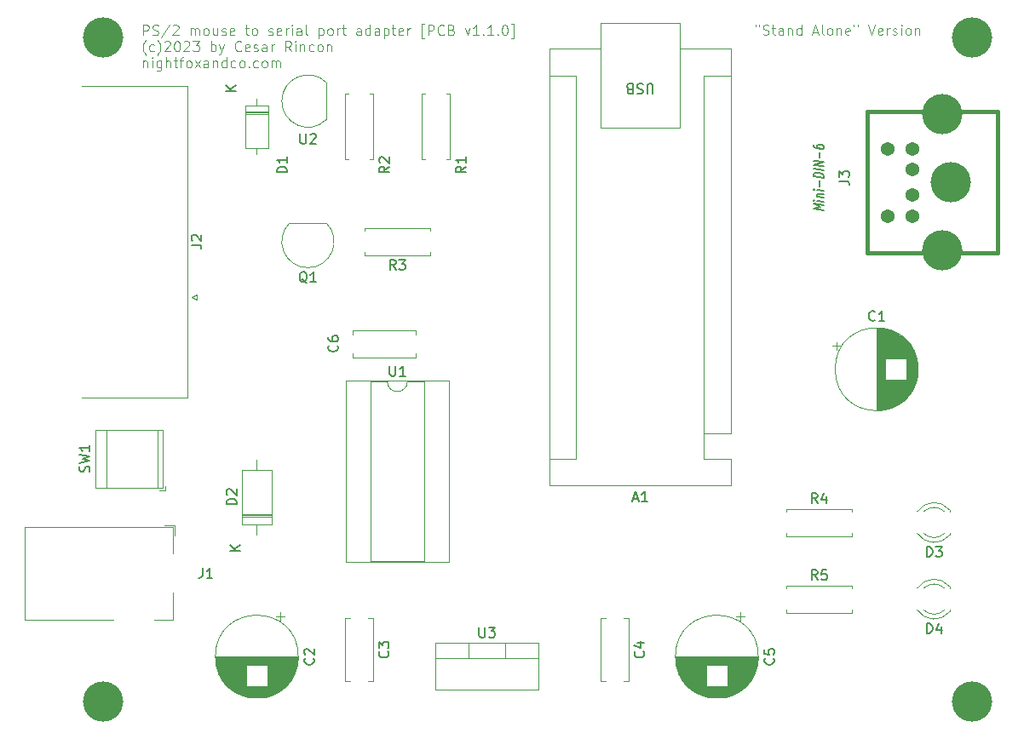
<source format=gbr>
%TF.GenerationSoftware,KiCad,Pcbnew,7.0.6*%
%TF.CreationDate,2023-08-12T10:13:32+02:00*%
%TF.ProjectId,ps2_mouse_to_serial_port_adapter_stand_alone,7073325f-6d6f-4757-9365-5f746f5f7365,rev?*%
%TF.SameCoordinates,Original*%
%TF.FileFunction,Legend,Top*%
%TF.FilePolarity,Positive*%
%FSLAX46Y46*%
G04 Gerber Fmt 4.6, Leading zero omitted, Abs format (unit mm)*
G04 Created by KiCad (PCBNEW 7.0.6) date 2023-08-12 10:13:32*
%MOMM*%
%LPD*%
G01*
G04 APERTURE LIST*
%ADD10C,0.100000*%
%ADD11C,0.150000*%
%ADD12C,0.203200*%
%ADD13C,0.152400*%
%ADD14C,0.120000*%
%ADD15C,0.381000*%
%ADD16C,4.000500*%
%ADD17C,1.371600*%
G04 APERTURE END LIST*
D10*
X31871650Y-27725405D02*
X31871650Y-26725405D01*
X31871650Y-26725405D02*
X32252602Y-26725405D01*
X32252602Y-26725405D02*
X32347840Y-26773024D01*
X32347840Y-26773024D02*
X32395459Y-26820643D01*
X32395459Y-26820643D02*
X32443078Y-26915881D01*
X32443078Y-26915881D02*
X32443078Y-27058738D01*
X32443078Y-27058738D02*
X32395459Y-27153976D01*
X32395459Y-27153976D02*
X32347840Y-27201595D01*
X32347840Y-27201595D02*
X32252602Y-27249214D01*
X32252602Y-27249214D02*
X31871650Y-27249214D01*
X32824031Y-27677786D02*
X32966888Y-27725405D01*
X32966888Y-27725405D02*
X33204983Y-27725405D01*
X33204983Y-27725405D02*
X33300221Y-27677786D01*
X33300221Y-27677786D02*
X33347840Y-27630166D01*
X33347840Y-27630166D02*
X33395459Y-27534928D01*
X33395459Y-27534928D02*
X33395459Y-27439690D01*
X33395459Y-27439690D02*
X33347840Y-27344452D01*
X33347840Y-27344452D02*
X33300221Y-27296833D01*
X33300221Y-27296833D02*
X33204983Y-27249214D01*
X33204983Y-27249214D02*
X33014507Y-27201595D01*
X33014507Y-27201595D02*
X32919269Y-27153976D01*
X32919269Y-27153976D02*
X32871650Y-27106357D01*
X32871650Y-27106357D02*
X32824031Y-27011119D01*
X32824031Y-27011119D02*
X32824031Y-26915881D01*
X32824031Y-26915881D02*
X32871650Y-26820643D01*
X32871650Y-26820643D02*
X32919269Y-26773024D01*
X32919269Y-26773024D02*
X33014507Y-26725405D01*
X33014507Y-26725405D02*
X33252602Y-26725405D01*
X33252602Y-26725405D02*
X33395459Y-26773024D01*
X34538316Y-26677786D02*
X33681174Y-27963500D01*
X34824031Y-26820643D02*
X34871650Y-26773024D01*
X34871650Y-26773024D02*
X34966888Y-26725405D01*
X34966888Y-26725405D02*
X35204983Y-26725405D01*
X35204983Y-26725405D02*
X35300221Y-26773024D01*
X35300221Y-26773024D02*
X35347840Y-26820643D01*
X35347840Y-26820643D02*
X35395459Y-26915881D01*
X35395459Y-26915881D02*
X35395459Y-27011119D01*
X35395459Y-27011119D02*
X35347840Y-27153976D01*
X35347840Y-27153976D02*
X34776412Y-27725405D01*
X34776412Y-27725405D02*
X35395459Y-27725405D01*
X36585936Y-27725405D02*
X36585936Y-27058738D01*
X36585936Y-27153976D02*
X36633555Y-27106357D01*
X36633555Y-27106357D02*
X36728793Y-27058738D01*
X36728793Y-27058738D02*
X36871650Y-27058738D01*
X36871650Y-27058738D02*
X36966888Y-27106357D01*
X36966888Y-27106357D02*
X37014507Y-27201595D01*
X37014507Y-27201595D02*
X37014507Y-27725405D01*
X37014507Y-27201595D02*
X37062126Y-27106357D01*
X37062126Y-27106357D02*
X37157364Y-27058738D01*
X37157364Y-27058738D02*
X37300221Y-27058738D01*
X37300221Y-27058738D02*
X37395460Y-27106357D01*
X37395460Y-27106357D02*
X37443079Y-27201595D01*
X37443079Y-27201595D02*
X37443079Y-27725405D01*
X38062126Y-27725405D02*
X37966888Y-27677786D01*
X37966888Y-27677786D02*
X37919269Y-27630166D01*
X37919269Y-27630166D02*
X37871650Y-27534928D01*
X37871650Y-27534928D02*
X37871650Y-27249214D01*
X37871650Y-27249214D02*
X37919269Y-27153976D01*
X37919269Y-27153976D02*
X37966888Y-27106357D01*
X37966888Y-27106357D02*
X38062126Y-27058738D01*
X38062126Y-27058738D02*
X38204983Y-27058738D01*
X38204983Y-27058738D02*
X38300221Y-27106357D01*
X38300221Y-27106357D02*
X38347840Y-27153976D01*
X38347840Y-27153976D02*
X38395459Y-27249214D01*
X38395459Y-27249214D02*
X38395459Y-27534928D01*
X38395459Y-27534928D02*
X38347840Y-27630166D01*
X38347840Y-27630166D02*
X38300221Y-27677786D01*
X38300221Y-27677786D02*
X38204983Y-27725405D01*
X38204983Y-27725405D02*
X38062126Y-27725405D01*
X39252602Y-27058738D02*
X39252602Y-27725405D01*
X38824031Y-27058738D02*
X38824031Y-27582547D01*
X38824031Y-27582547D02*
X38871650Y-27677786D01*
X38871650Y-27677786D02*
X38966888Y-27725405D01*
X38966888Y-27725405D02*
X39109745Y-27725405D01*
X39109745Y-27725405D02*
X39204983Y-27677786D01*
X39204983Y-27677786D02*
X39252602Y-27630166D01*
X39681174Y-27677786D02*
X39776412Y-27725405D01*
X39776412Y-27725405D02*
X39966888Y-27725405D01*
X39966888Y-27725405D02*
X40062126Y-27677786D01*
X40062126Y-27677786D02*
X40109745Y-27582547D01*
X40109745Y-27582547D02*
X40109745Y-27534928D01*
X40109745Y-27534928D02*
X40062126Y-27439690D01*
X40062126Y-27439690D02*
X39966888Y-27392071D01*
X39966888Y-27392071D02*
X39824031Y-27392071D01*
X39824031Y-27392071D02*
X39728793Y-27344452D01*
X39728793Y-27344452D02*
X39681174Y-27249214D01*
X39681174Y-27249214D02*
X39681174Y-27201595D01*
X39681174Y-27201595D02*
X39728793Y-27106357D01*
X39728793Y-27106357D02*
X39824031Y-27058738D01*
X39824031Y-27058738D02*
X39966888Y-27058738D01*
X39966888Y-27058738D02*
X40062126Y-27106357D01*
X40919269Y-27677786D02*
X40824031Y-27725405D01*
X40824031Y-27725405D02*
X40633555Y-27725405D01*
X40633555Y-27725405D02*
X40538317Y-27677786D01*
X40538317Y-27677786D02*
X40490698Y-27582547D01*
X40490698Y-27582547D02*
X40490698Y-27201595D01*
X40490698Y-27201595D02*
X40538317Y-27106357D01*
X40538317Y-27106357D02*
X40633555Y-27058738D01*
X40633555Y-27058738D02*
X40824031Y-27058738D01*
X40824031Y-27058738D02*
X40919269Y-27106357D01*
X40919269Y-27106357D02*
X40966888Y-27201595D01*
X40966888Y-27201595D02*
X40966888Y-27296833D01*
X40966888Y-27296833D02*
X40490698Y-27392071D01*
X42014508Y-27058738D02*
X42395460Y-27058738D01*
X42157365Y-26725405D02*
X42157365Y-27582547D01*
X42157365Y-27582547D02*
X42204984Y-27677786D01*
X42204984Y-27677786D02*
X42300222Y-27725405D01*
X42300222Y-27725405D02*
X42395460Y-27725405D01*
X42871651Y-27725405D02*
X42776413Y-27677786D01*
X42776413Y-27677786D02*
X42728794Y-27630166D01*
X42728794Y-27630166D02*
X42681175Y-27534928D01*
X42681175Y-27534928D02*
X42681175Y-27249214D01*
X42681175Y-27249214D02*
X42728794Y-27153976D01*
X42728794Y-27153976D02*
X42776413Y-27106357D01*
X42776413Y-27106357D02*
X42871651Y-27058738D01*
X42871651Y-27058738D02*
X43014508Y-27058738D01*
X43014508Y-27058738D02*
X43109746Y-27106357D01*
X43109746Y-27106357D02*
X43157365Y-27153976D01*
X43157365Y-27153976D02*
X43204984Y-27249214D01*
X43204984Y-27249214D02*
X43204984Y-27534928D01*
X43204984Y-27534928D02*
X43157365Y-27630166D01*
X43157365Y-27630166D02*
X43109746Y-27677786D01*
X43109746Y-27677786D02*
X43014508Y-27725405D01*
X43014508Y-27725405D02*
X42871651Y-27725405D01*
X44347842Y-27677786D02*
X44443080Y-27725405D01*
X44443080Y-27725405D02*
X44633556Y-27725405D01*
X44633556Y-27725405D02*
X44728794Y-27677786D01*
X44728794Y-27677786D02*
X44776413Y-27582547D01*
X44776413Y-27582547D02*
X44776413Y-27534928D01*
X44776413Y-27534928D02*
X44728794Y-27439690D01*
X44728794Y-27439690D02*
X44633556Y-27392071D01*
X44633556Y-27392071D02*
X44490699Y-27392071D01*
X44490699Y-27392071D02*
X44395461Y-27344452D01*
X44395461Y-27344452D02*
X44347842Y-27249214D01*
X44347842Y-27249214D02*
X44347842Y-27201595D01*
X44347842Y-27201595D02*
X44395461Y-27106357D01*
X44395461Y-27106357D02*
X44490699Y-27058738D01*
X44490699Y-27058738D02*
X44633556Y-27058738D01*
X44633556Y-27058738D02*
X44728794Y-27106357D01*
X45585937Y-27677786D02*
X45490699Y-27725405D01*
X45490699Y-27725405D02*
X45300223Y-27725405D01*
X45300223Y-27725405D02*
X45204985Y-27677786D01*
X45204985Y-27677786D02*
X45157366Y-27582547D01*
X45157366Y-27582547D02*
X45157366Y-27201595D01*
X45157366Y-27201595D02*
X45204985Y-27106357D01*
X45204985Y-27106357D02*
X45300223Y-27058738D01*
X45300223Y-27058738D02*
X45490699Y-27058738D01*
X45490699Y-27058738D02*
X45585937Y-27106357D01*
X45585937Y-27106357D02*
X45633556Y-27201595D01*
X45633556Y-27201595D02*
X45633556Y-27296833D01*
X45633556Y-27296833D02*
X45157366Y-27392071D01*
X46062128Y-27725405D02*
X46062128Y-27058738D01*
X46062128Y-27249214D02*
X46109747Y-27153976D01*
X46109747Y-27153976D02*
X46157366Y-27106357D01*
X46157366Y-27106357D02*
X46252604Y-27058738D01*
X46252604Y-27058738D02*
X46347842Y-27058738D01*
X46681176Y-27725405D02*
X46681176Y-27058738D01*
X46681176Y-26725405D02*
X46633557Y-26773024D01*
X46633557Y-26773024D02*
X46681176Y-26820643D01*
X46681176Y-26820643D02*
X46728795Y-26773024D01*
X46728795Y-26773024D02*
X46681176Y-26725405D01*
X46681176Y-26725405D02*
X46681176Y-26820643D01*
X47585937Y-27725405D02*
X47585937Y-27201595D01*
X47585937Y-27201595D02*
X47538318Y-27106357D01*
X47538318Y-27106357D02*
X47443080Y-27058738D01*
X47443080Y-27058738D02*
X47252604Y-27058738D01*
X47252604Y-27058738D02*
X47157366Y-27106357D01*
X47585937Y-27677786D02*
X47490699Y-27725405D01*
X47490699Y-27725405D02*
X47252604Y-27725405D01*
X47252604Y-27725405D02*
X47157366Y-27677786D01*
X47157366Y-27677786D02*
X47109747Y-27582547D01*
X47109747Y-27582547D02*
X47109747Y-27487309D01*
X47109747Y-27487309D02*
X47157366Y-27392071D01*
X47157366Y-27392071D02*
X47252604Y-27344452D01*
X47252604Y-27344452D02*
X47490699Y-27344452D01*
X47490699Y-27344452D02*
X47585937Y-27296833D01*
X48204985Y-27725405D02*
X48109747Y-27677786D01*
X48109747Y-27677786D02*
X48062128Y-27582547D01*
X48062128Y-27582547D02*
X48062128Y-26725405D01*
X49347843Y-27058738D02*
X49347843Y-28058738D01*
X49347843Y-27106357D02*
X49443081Y-27058738D01*
X49443081Y-27058738D02*
X49633557Y-27058738D01*
X49633557Y-27058738D02*
X49728795Y-27106357D01*
X49728795Y-27106357D02*
X49776414Y-27153976D01*
X49776414Y-27153976D02*
X49824033Y-27249214D01*
X49824033Y-27249214D02*
X49824033Y-27534928D01*
X49824033Y-27534928D02*
X49776414Y-27630166D01*
X49776414Y-27630166D02*
X49728795Y-27677786D01*
X49728795Y-27677786D02*
X49633557Y-27725405D01*
X49633557Y-27725405D02*
X49443081Y-27725405D01*
X49443081Y-27725405D02*
X49347843Y-27677786D01*
X50395462Y-27725405D02*
X50300224Y-27677786D01*
X50300224Y-27677786D02*
X50252605Y-27630166D01*
X50252605Y-27630166D02*
X50204986Y-27534928D01*
X50204986Y-27534928D02*
X50204986Y-27249214D01*
X50204986Y-27249214D02*
X50252605Y-27153976D01*
X50252605Y-27153976D02*
X50300224Y-27106357D01*
X50300224Y-27106357D02*
X50395462Y-27058738D01*
X50395462Y-27058738D02*
X50538319Y-27058738D01*
X50538319Y-27058738D02*
X50633557Y-27106357D01*
X50633557Y-27106357D02*
X50681176Y-27153976D01*
X50681176Y-27153976D02*
X50728795Y-27249214D01*
X50728795Y-27249214D02*
X50728795Y-27534928D01*
X50728795Y-27534928D02*
X50681176Y-27630166D01*
X50681176Y-27630166D02*
X50633557Y-27677786D01*
X50633557Y-27677786D02*
X50538319Y-27725405D01*
X50538319Y-27725405D02*
X50395462Y-27725405D01*
X51157367Y-27725405D02*
X51157367Y-27058738D01*
X51157367Y-27249214D02*
X51204986Y-27153976D01*
X51204986Y-27153976D02*
X51252605Y-27106357D01*
X51252605Y-27106357D02*
X51347843Y-27058738D01*
X51347843Y-27058738D02*
X51443081Y-27058738D01*
X51633558Y-27058738D02*
X52014510Y-27058738D01*
X51776415Y-26725405D02*
X51776415Y-27582547D01*
X51776415Y-27582547D02*
X51824034Y-27677786D01*
X51824034Y-27677786D02*
X51919272Y-27725405D01*
X51919272Y-27725405D02*
X52014510Y-27725405D01*
X53538320Y-27725405D02*
X53538320Y-27201595D01*
X53538320Y-27201595D02*
X53490701Y-27106357D01*
X53490701Y-27106357D02*
X53395463Y-27058738D01*
X53395463Y-27058738D02*
X53204987Y-27058738D01*
X53204987Y-27058738D02*
X53109749Y-27106357D01*
X53538320Y-27677786D02*
X53443082Y-27725405D01*
X53443082Y-27725405D02*
X53204987Y-27725405D01*
X53204987Y-27725405D02*
X53109749Y-27677786D01*
X53109749Y-27677786D02*
X53062130Y-27582547D01*
X53062130Y-27582547D02*
X53062130Y-27487309D01*
X53062130Y-27487309D02*
X53109749Y-27392071D01*
X53109749Y-27392071D02*
X53204987Y-27344452D01*
X53204987Y-27344452D02*
X53443082Y-27344452D01*
X53443082Y-27344452D02*
X53538320Y-27296833D01*
X54443082Y-27725405D02*
X54443082Y-26725405D01*
X54443082Y-27677786D02*
X54347844Y-27725405D01*
X54347844Y-27725405D02*
X54157368Y-27725405D01*
X54157368Y-27725405D02*
X54062130Y-27677786D01*
X54062130Y-27677786D02*
X54014511Y-27630166D01*
X54014511Y-27630166D02*
X53966892Y-27534928D01*
X53966892Y-27534928D02*
X53966892Y-27249214D01*
X53966892Y-27249214D02*
X54014511Y-27153976D01*
X54014511Y-27153976D02*
X54062130Y-27106357D01*
X54062130Y-27106357D02*
X54157368Y-27058738D01*
X54157368Y-27058738D02*
X54347844Y-27058738D01*
X54347844Y-27058738D02*
X54443082Y-27106357D01*
X55347844Y-27725405D02*
X55347844Y-27201595D01*
X55347844Y-27201595D02*
X55300225Y-27106357D01*
X55300225Y-27106357D02*
X55204987Y-27058738D01*
X55204987Y-27058738D02*
X55014511Y-27058738D01*
X55014511Y-27058738D02*
X54919273Y-27106357D01*
X55347844Y-27677786D02*
X55252606Y-27725405D01*
X55252606Y-27725405D02*
X55014511Y-27725405D01*
X55014511Y-27725405D02*
X54919273Y-27677786D01*
X54919273Y-27677786D02*
X54871654Y-27582547D01*
X54871654Y-27582547D02*
X54871654Y-27487309D01*
X54871654Y-27487309D02*
X54919273Y-27392071D01*
X54919273Y-27392071D02*
X55014511Y-27344452D01*
X55014511Y-27344452D02*
X55252606Y-27344452D01*
X55252606Y-27344452D02*
X55347844Y-27296833D01*
X55824035Y-27058738D02*
X55824035Y-28058738D01*
X55824035Y-27106357D02*
X55919273Y-27058738D01*
X55919273Y-27058738D02*
X56109749Y-27058738D01*
X56109749Y-27058738D02*
X56204987Y-27106357D01*
X56204987Y-27106357D02*
X56252606Y-27153976D01*
X56252606Y-27153976D02*
X56300225Y-27249214D01*
X56300225Y-27249214D02*
X56300225Y-27534928D01*
X56300225Y-27534928D02*
X56252606Y-27630166D01*
X56252606Y-27630166D02*
X56204987Y-27677786D01*
X56204987Y-27677786D02*
X56109749Y-27725405D01*
X56109749Y-27725405D02*
X55919273Y-27725405D01*
X55919273Y-27725405D02*
X55824035Y-27677786D01*
X56585940Y-27058738D02*
X56966892Y-27058738D01*
X56728797Y-26725405D02*
X56728797Y-27582547D01*
X56728797Y-27582547D02*
X56776416Y-27677786D01*
X56776416Y-27677786D02*
X56871654Y-27725405D01*
X56871654Y-27725405D02*
X56966892Y-27725405D01*
X57681178Y-27677786D02*
X57585940Y-27725405D01*
X57585940Y-27725405D02*
X57395464Y-27725405D01*
X57395464Y-27725405D02*
X57300226Y-27677786D01*
X57300226Y-27677786D02*
X57252607Y-27582547D01*
X57252607Y-27582547D02*
X57252607Y-27201595D01*
X57252607Y-27201595D02*
X57300226Y-27106357D01*
X57300226Y-27106357D02*
X57395464Y-27058738D01*
X57395464Y-27058738D02*
X57585940Y-27058738D01*
X57585940Y-27058738D02*
X57681178Y-27106357D01*
X57681178Y-27106357D02*
X57728797Y-27201595D01*
X57728797Y-27201595D02*
X57728797Y-27296833D01*
X57728797Y-27296833D02*
X57252607Y-27392071D01*
X58157369Y-27725405D02*
X58157369Y-27058738D01*
X58157369Y-27249214D02*
X58204988Y-27153976D01*
X58204988Y-27153976D02*
X58252607Y-27106357D01*
X58252607Y-27106357D02*
X58347845Y-27058738D01*
X58347845Y-27058738D02*
X58443083Y-27058738D01*
X59824036Y-28058738D02*
X59585941Y-28058738D01*
X59585941Y-28058738D02*
X59585941Y-26630166D01*
X59585941Y-26630166D02*
X59824036Y-26630166D01*
X60204989Y-27725405D02*
X60204989Y-26725405D01*
X60204989Y-26725405D02*
X60585941Y-26725405D01*
X60585941Y-26725405D02*
X60681179Y-26773024D01*
X60681179Y-26773024D02*
X60728798Y-26820643D01*
X60728798Y-26820643D02*
X60776417Y-26915881D01*
X60776417Y-26915881D02*
X60776417Y-27058738D01*
X60776417Y-27058738D02*
X60728798Y-27153976D01*
X60728798Y-27153976D02*
X60681179Y-27201595D01*
X60681179Y-27201595D02*
X60585941Y-27249214D01*
X60585941Y-27249214D02*
X60204989Y-27249214D01*
X61776417Y-27630166D02*
X61728798Y-27677786D01*
X61728798Y-27677786D02*
X61585941Y-27725405D01*
X61585941Y-27725405D02*
X61490703Y-27725405D01*
X61490703Y-27725405D02*
X61347846Y-27677786D01*
X61347846Y-27677786D02*
X61252608Y-27582547D01*
X61252608Y-27582547D02*
X61204989Y-27487309D01*
X61204989Y-27487309D02*
X61157370Y-27296833D01*
X61157370Y-27296833D02*
X61157370Y-27153976D01*
X61157370Y-27153976D02*
X61204989Y-26963500D01*
X61204989Y-26963500D02*
X61252608Y-26868262D01*
X61252608Y-26868262D02*
X61347846Y-26773024D01*
X61347846Y-26773024D02*
X61490703Y-26725405D01*
X61490703Y-26725405D02*
X61585941Y-26725405D01*
X61585941Y-26725405D02*
X61728798Y-26773024D01*
X61728798Y-26773024D02*
X61776417Y-26820643D01*
X62538322Y-27201595D02*
X62681179Y-27249214D01*
X62681179Y-27249214D02*
X62728798Y-27296833D01*
X62728798Y-27296833D02*
X62776417Y-27392071D01*
X62776417Y-27392071D02*
X62776417Y-27534928D01*
X62776417Y-27534928D02*
X62728798Y-27630166D01*
X62728798Y-27630166D02*
X62681179Y-27677786D01*
X62681179Y-27677786D02*
X62585941Y-27725405D01*
X62585941Y-27725405D02*
X62204989Y-27725405D01*
X62204989Y-27725405D02*
X62204989Y-26725405D01*
X62204989Y-26725405D02*
X62538322Y-26725405D01*
X62538322Y-26725405D02*
X62633560Y-26773024D01*
X62633560Y-26773024D02*
X62681179Y-26820643D01*
X62681179Y-26820643D02*
X62728798Y-26915881D01*
X62728798Y-26915881D02*
X62728798Y-27011119D01*
X62728798Y-27011119D02*
X62681179Y-27106357D01*
X62681179Y-27106357D02*
X62633560Y-27153976D01*
X62633560Y-27153976D02*
X62538322Y-27201595D01*
X62538322Y-27201595D02*
X62204989Y-27201595D01*
X63871656Y-27058738D02*
X64109751Y-27725405D01*
X64109751Y-27725405D02*
X64347846Y-27058738D01*
X65252608Y-27725405D02*
X64681180Y-27725405D01*
X64966894Y-27725405D02*
X64966894Y-26725405D01*
X64966894Y-26725405D02*
X64871656Y-26868262D01*
X64871656Y-26868262D02*
X64776418Y-26963500D01*
X64776418Y-26963500D02*
X64681180Y-27011119D01*
X65681180Y-27630166D02*
X65728799Y-27677786D01*
X65728799Y-27677786D02*
X65681180Y-27725405D01*
X65681180Y-27725405D02*
X65633561Y-27677786D01*
X65633561Y-27677786D02*
X65681180Y-27630166D01*
X65681180Y-27630166D02*
X65681180Y-27725405D01*
X66681179Y-27725405D02*
X66109751Y-27725405D01*
X66395465Y-27725405D02*
X66395465Y-26725405D01*
X66395465Y-26725405D02*
X66300227Y-26868262D01*
X66300227Y-26868262D02*
X66204989Y-26963500D01*
X66204989Y-26963500D02*
X66109751Y-27011119D01*
X67109751Y-27630166D02*
X67157370Y-27677786D01*
X67157370Y-27677786D02*
X67109751Y-27725405D01*
X67109751Y-27725405D02*
X67062132Y-27677786D01*
X67062132Y-27677786D02*
X67109751Y-27630166D01*
X67109751Y-27630166D02*
X67109751Y-27725405D01*
X67776417Y-26725405D02*
X67871655Y-26725405D01*
X67871655Y-26725405D02*
X67966893Y-26773024D01*
X67966893Y-26773024D02*
X68014512Y-26820643D01*
X68014512Y-26820643D02*
X68062131Y-26915881D01*
X68062131Y-26915881D02*
X68109750Y-27106357D01*
X68109750Y-27106357D02*
X68109750Y-27344452D01*
X68109750Y-27344452D02*
X68062131Y-27534928D01*
X68062131Y-27534928D02*
X68014512Y-27630166D01*
X68014512Y-27630166D02*
X67966893Y-27677786D01*
X67966893Y-27677786D02*
X67871655Y-27725405D01*
X67871655Y-27725405D02*
X67776417Y-27725405D01*
X67776417Y-27725405D02*
X67681179Y-27677786D01*
X67681179Y-27677786D02*
X67633560Y-27630166D01*
X67633560Y-27630166D02*
X67585941Y-27534928D01*
X67585941Y-27534928D02*
X67538322Y-27344452D01*
X67538322Y-27344452D02*
X67538322Y-27106357D01*
X67538322Y-27106357D02*
X67585941Y-26915881D01*
X67585941Y-26915881D02*
X67633560Y-26820643D01*
X67633560Y-26820643D02*
X67681179Y-26773024D01*
X67681179Y-26773024D02*
X67776417Y-26725405D01*
X68443084Y-28058738D02*
X68681179Y-28058738D01*
X68681179Y-28058738D02*
X68681179Y-26630166D01*
X68681179Y-26630166D02*
X68443084Y-26630166D01*
X32157364Y-29716357D02*
X32109745Y-29668738D01*
X32109745Y-29668738D02*
X32014507Y-29525881D01*
X32014507Y-29525881D02*
X31966888Y-29430643D01*
X31966888Y-29430643D02*
X31919269Y-29287786D01*
X31919269Y-29287786D02*
X31871650Y-29049690D01*
X31871650Y-29049690D02*
X31871650Y-28859214D01*
X31871650Y-28859214D02*
X31919269Y-28621119D01*
X31919269Y-28621119D02*
X31966888Y-28478262D01*
X31966888Y-28478262D02*
X32014507Y-28383024D01*
X32014507Y-28383024D02*
X32109745Y-28240166D01*
X32109745Y-28240166D02*
X32157364Y-28192547D01*
X32966888Y-29287786D02*
X32871650Y-29335405D01*
X32871650Y-29335405D02*
X32681174Y-29335405D01*
X32681174Y-29335405D02*
X32585936Y-29287786D01*
X32585936Y-29287786D02*
X32538317Y-29240166D01*
X32538317Y-29240166D02*
X32490698Y-29144928D01*
X32490698Y-29144928D02*
X32490698Y-28859214D01*
X32490698Y-28859214D02*
X32538317Y-28763976D01*
X32538317Y-28763976D02*
X32585936Y-28716357D01*
X32585936Y-28716357D02*
X32681174Y-28668738D01*
X32681174Y-28668738D02*
X32871650Y-28668738D01*
X32871650Y-28668738D02*
X32966888Y-28716357D01*
X33300222Y-29716357D02*
X33347841Y-29668738D01*
X33347841Y-29668738D02*
X33443079Y-29525881D01*
X33443079Y-29525881D02*
X33490698Y-29430643D01*
X33490698Y-29430643D02*
X33538317Y-29287786D01*
X33538317Y-29287786D02*
X33585936Y-29049690D01*
X33585936Y-29049690D02*
X33585936Y-28859214D01*
X33585936Y-28859214D02*
X33538317Y-28621119D01*
X33538317Y-28621119D02*
X33490698Y-28478262D01*
X33490698Y-28478262D02*
X33443079Y-28383024D01*
X33443079Y-28383024D02*
X33347841Y-28240166D01*
X33347841Y-28240166D02*
X33300222Y-28192547D01*
X34014508Y-28430643D02*
X34062127Y-28383024D01*
X34062127Y-28383024D02*
X34157365Y-28335405D01*
X34157365Y-28335405D02*
X34395460Y-28335405D01*
X34395460Y-28335405D02*
X34490698Y-28383024D01*
X34490698Y-28383024D02*
X34538317Y-28430643D01*
X34538317Y-28430643D02*
X34585936Y-28525881D01*
X34585936Y-28525881D02*
X34585936Y-28621119D01*
X34585936Y-28621119D02*
X34538317Y-28763976D01*
X34538317Y-28763976D02*
X33966889Y-29335405D01*
X33966889Y-29335405D02*
X34585936Y-29335405D01*
X35204984Y-28335405D02*
X35300222Y-28335405D01*
X35300222Y-28335405D02*
X35395460Y-28383024D01*
X35395460Y-28383024D02*
X35443079Y-28430643D01*
X35443079Y-28430643D02*
X35490698Y-28525881D01*
X35490698Y-28525881D02*
X35538317Y-28716357D01*
X35538317Y-28716357D02*
X35538317Y-28954452D01*
X35538317Y-28954452D02*
X35490698Y-29144928D01*
X35490698Y-29144928D02*
X35443079Y-29240166D01*
X35443079Y-29240166D02*
X35395460Y-29287786D01*
X35395460Y-29287786D02*
X35300222Y-29335405D01*
X35300222Y-29335405D02*
X35204984Y-29335405D01*
X35204984Y-29335405D02*
X35109746Y-29287786D01*
X35109746Y-29287786D02*
X35062127Y-29240166D01*
X35062127Y-29240166D02*
X35014508Y-29144928D01*
X35014508Y-29144928D02*
X34966889Y-28954452D01*
X34966889Y-28954452D02*
X34966889Y-28716357D01*
X34966889Y-28716357D02*
X35014508Y-28525881D01*
X35014508Y-28525881D02*
X35062127Y-28430643D01*
X35062127Y-28430643D02*
X35109746Y-28383024D01*
X35109746Y-28383024D02*
X35204984Y-28335405D01*
X35919270Y-28430643D02*
X35966889Y-28383024D01*
X35966889Y-28383024D02*
X36062127Y-28335405D01*
X36062127Y-28335405D02*
X36300222Y-28335405D01*
X36300222Y-28335405D02*
X36395460Y-28383024D01*
X36395460Y-28383024D02*
X36443079Y-28430643D01*
X36443079Y-28430643D02*
X36490698Y-28525881D01*
X36490698Y-28525881D02*
X36490698Y-28621119D01*
X36490698Y-28621119D02*
X36443079Y-28763976D01*
X36443079Y-28763976D02*
X35871651Y-29335405D01*
X35871651Y-29335405D02*
X36490698Y-29335405D01*
X36824032Y-28335405D02*
X37443079Y-28335405D01*
X37443079Y-28335405D02*
X37109746Y-28716357D01*
X37109746Y-28716357D02*
X37252603Y-28716357D01*
X37252603Y-28716357D02*
X37347841Y-28763976D01*
X37347841Y-28763976D02*
X37395460Y-28811595D01*
X37395460Y-28811595D02*
X37443079Y-28906833D01*
X37443079Y-28906833D02*
X37443079Y-29144928D01*
X37443079Y-29144928D02*
X37395460Y-29240166D01*
X37395460Y-29240166D02*
X37347841Y-29287786D01*
X37347841Y-29287786D02*
X37252603Y-29335405D01*
X37252603Y-29335405D02*
X36966889Y-29335405D01*
X36966889Y-29335405D02*
X36871651Y-29287786D01*
X36871651Y-29287786D02*
X36824032Y-29240166D01*
X38633556Y-29335405D02*
X38633556Y-28335405D01*
X38633556Y-28716357D02*
X38728794Y-28668738D01*
X38728794Y-28668738D02*
X38919270Y-28668738D01*
X38919270Y-28668738D02*
X39014508Y-28716357D01*
X39014508Y-28716357D02*
X39062127Y-28763976D01*
X39062127Y-28763976D02*
X39109746Y-28859214D01*
X39109746Y-28859214D02*
X39109746Y-29144928D01*
X39109746Y-29144928D02*
X39062127Y-29240166D01*
X39062127Y-29240166D02*
X39014508Y-29287786D01*
X39014508Y-29287786D02*
X38919270Y-29335405D01*
X38919270Y-29335405D02*
X38728794Y-29335405D01*
X38728794Y-29335405D02*
X38633556Y-29287786D01*
X39443080Y-28668738D02*
X39681175Y-29335405D01*
X39919270Y-28668738D02*
X39681175Y-29335405D01*
X39681175Y-29335405D02*
X39585937Y-29573500D01*
X39585937Y-29573500D02*
X39538318Y-29621119D01*
X39538318Y-29621119D02*
X39443080Y-29668738D01*
X41633556Y-29240166D02*
X41585937Y-29287786D01*
X41585937Y-29287786D02*
X41443080Y-29335405D01*
X41443080Y-29335405D02*
X41347842Y-29335405D01*
X41347842Y-29335405D02*
X41204985Y-29287786D01*
X41204985Y-29287786D02*
X41109747Y-29192547D01*
X41109747Y-29192547D02*
X41062128Y-29097309D01*
X41062128Y-29097309D02*
X41014509Y-28906833D01*
X41014509Y-28906833D02*
X41014509Y-28763976D01*
X41014509Y-28763976D02*
X41062128Y-28573500D01*
X41062128Y-28573500D02*
X41109747Y-28478262D01*
X41109747Y-28478262D02*
X41204985Y-28383024D01*
X41204985Y-28383024D02*
X41347842Y-28335405D01*
X41347842Y-28335405D02*
X41443080Y-28335405D01*
X41443080Y-28335405D02*
X41585937Y-28383024D01*
X41585937Y-28383024D02*
X41633556Y-28430643D01*
X42443080Y-29287786D02*
X42347842Y-29335405D01*
X42347842Y-29335405D02*
X42157366Y-29335405D01*
X42157366Y-29335405D02*
X42062128Y-29287786D01*
X42062128Y-29287786D02*
X42014509Y-29192547D01*
X42014509Y-29192547D02*
X42014509Y-28811595D01*
X42014509Y-28811595D02*
X42062128Y-28716357D01*
X42062128Y-28716357D02*
X42157366Y-28668738D01*
X42157366Y-28668738D02*
X42347842Y-28668738D01*
X42347842Y-28668738D02*
X42443080Y-28716357D01*
X42443080Y-28716357D02*
X42490699Y-28811595D01*
X42490699Y-28811595D02*
X42490699Y-28906833D01*
X42490699Y-28906833D02*
X42014509Y-29002071D01*
X42871652Y-29287786D02*
X42966890Y-29335405D01*
X42966890Y-29335405D02*
X43157366Y-29335405D01*
X43157366Y-29335405D02*
X43252604Y-29287786D01*
X43252604Y-29287786D02*
X43300223Y-29192547D01*
X43300223Y-29192547D02*
X43300223Y-29144928D01*
X43300223Y-29144928D02*
X43252604Y-29049690D01*
X43252604Y-29049690D02*
X43157366Y-29002071D01*
X43157366Y-29002071D02*
X43014509Y-29002071D01*
X43014509Y-29002071D02*
X42919271Y-28954452D01*
X42919271Y-28954452D02*
X42871652Y-28859214D01*
X42871652Y-28859214D02*
X42871652Y-28811595D01*
X42871652Y-28811595D02*
X42919271Y-28716357D01*
X42919271Y-28716357D02*
X43014509Y-28668738D01*
X43014509Y-28668738D02*
X43157366Y-28668738D01*
X43157366Y-28668738D02*
X43252604Y-28716357D01*
X44157366Y-29335405D02*
X44157366Y-28811595D01*
X44157366Y-28811595D02*
X44109747Y-28716357D01*
X44109747Y-28716357D02*
X44014509Y-28668738D01*
X44014509Y-28668738D02*
X43824033Y-28668738D01*
X43824033Y-28668738D02*
X43728795Y-28716357D01*
X44157366Y-29287786D02*
X44062128Y-29335405D01*
X44062128Y-29335405D02*
X43824033Y-29335405D01*
X43824033Y-29335405D02*
X43728795Y-29287786D01*
X43728795Y-29287786D02*
X43681176Y-29192547D01*
X43681176Y-29192547D02*
X43681176Y-29097309D01*
X43681176Y-29097309D02*
X43728795Y-29002071D01*
X43728795Y-29002071D02*
X43824033Y-28954452D01*
X43824033Y-28954452D02*
X44062128Y-28954452D01*
X44062128Y-28954452D02*
X44157366Y-28906833D01*
X44633557Y-29335405D02*
X44633557Y-28668738D01*
X44633557Y-28859214D02*
X44681176Y-28763976D01*
X44681176Y-28763976D02*
X44728795Y-28716357D01*
X44728795Y-28716357D02*
X44824033Y-28668738D01*
X44824033Y-28668738D02*
X44919271Y-28668738D01*
X46585938Y-29335405D02*
X46252605Y-28859214D01*
X46014510Y-29335405D02*
X46014510Y-28335405D01*
X46014510Y-28335405D02*
X46395462Y-28335405D01*
X46395462Y-28335405D02*
X46490700Y-28383024D01*
X46490700Y-28383024D02*
X46538319Y-28430643D01*
X46538319Y-28430643D02*
X46585938Y-28525881D01*
X46585938Y-28525881D02*
X46585938Y-28668738D01*
X46585938Y-28668738D02*
X46538319Y-28763976D01*
X46538319Y-28763976D02*
X46490700Y-28811595D01*
X46490700Y-28811595D02*
X46395462Y-28859214D01*
X46395462Y-28859214D02*
X46014510Y-28859214D01*
X47014510Y-29335405D02*
X47014510Y-28668738D01*
X47014510Y-28335405D02*
X46966891Y-28383024D01*
X46966891Y-28383024D02*
X47014510Y-28430643D01*
X47014510Y-28430643D02*
X47062129Y-28383024D01*
X47062129Y-28383024D02*
X47014510Y-28335405D01*
X47014510Y-28335405D02*
X47014510Y-28430643D01*
X47490700Y-28668738D02*
X47490700Y-29335405D01*
X47490700Y-28763976D02*
X47538319Y-28716357D01*
X47538319Y-28716357D02*
X47633557Y-28668738D01*
X47633557Y-28668738D02*
X47776414Y-28668738D01*
X47776414Y-28668738D02*
X47871652Y-28716357D01*
X47871652Y-28716357D02*
X47919271Y-28811595D01*
X47919271Y-28811595D02*
X47919271Y-29335405D01*
X48824033Y-29287786D02*
X48728795Y-29335405D01*
X48728795Y-29335405D02*
X48538319Y-29335405D01*
X48538319Y-29335405D02*
X48443081Y-29287786D01*
X48443081Y-29287786D02*
X48395462Y-29240166D01*
X48395462Y-29240166D02*
X48347843Y-29144928D01*
X48347843Y-29144928D02*
X48347843Y-28859214D01*
X48347843Y-28859214D02*
X48395462Y-28763976D01*
X48395462Y-28763976D02*
X48443081Y-28716357D01*
X48443081Y-28716357D02*
X48538319Y-28668738D01*
X48538319Y-28668738D02*
X48728795Y-28668738D01*
X48728795Y-28668738D02*
X48824033Y-28716357D01*
X49395462Y-29335405D02*
X49300224Y-29287786D01*
X49300224Y-29287786D02*
X49252605Y-29240166D01*
X49252605Y-29240166D02*
X49204986Y-29144928D01*
X49204986Y-29144928D02*
X49204986Y-28859214D01*
X49204986Y-28859214D02*
X49252605Y-28763976D01*
X49252605Y-28763976D02*
X49300224Y-28716357D01*
X49300224Y-28716357D02*
X49395462Y-28668738D01*
X49395462Y-28668738D02*
X49538319Y-28668738D01*
X49538319Y-28668738D02*
X49633557Y-28716357D01*
X49633557Y-28716357D02*
X49681176Y-28763976D01*
X49681176Y-28763976D02*
X49728795Y-28859214D01*
X49728795Y-28859214D02*
X49728795Y-29144928D01*
X49728795Y-29144928D02*
X49681176Y-29240166D01*
X49681176Y-29240166D02*
X49633557Y-29287786D01*
X49633557Y-29287786D02*
X49538319Y-29335405D01*
X49538319Y-29335405D02*
X49395462Y-29335405D01*
X50157367Y-28668738D02*
X50157367Y-29335405D01*
X50157367Y-28763976D02*
X50204986Y-28716357D01*
X50204986Y-28716357D02*
X50300224Y-28668738D01*
X50300224Y-28668738D02*
X50443081Y-28668738D01*
X50443081Y-28668738D02*
X50538319Y-28716357D01*
X50538319Y-28716357D02*
X50585938Y-28811595D01*
X50585938Y-28811595D02*
X50585938Y-29335405D01*
X31871650Y-30278738D02*
X31871650Y-30945405D01*
X31871650Y-30373976D02*
X31919269Y-30326357D01*
X31919269Y-30326357D02*
X32014507Y-30278738D01*
X32014507Y-30278738D02*
X32157364Y-30278738D01*
X32157364Y-30278738D02*
X32252602Y-30326357D01*
X32252602Y-30326357D02*
X32300221Y-30421595D01*
X32300221Y-30421595D02*
X32300221Y-30945405D01*
X32776412Y-30945405D02*
X32776412Y-30278738D01*
X32776412Y-29945405D02*
X32728793Y-29993024D01*
X32728793Y-29993024D02*
X32776412Y-30040643D01*
X32776412Y-30040643D02*
X32824031Y-29993024D01*
X32824031Y-29993024D02*
X32776412Y-29945405D01*
X32776412Y-29945405D02*
X32776412Y-30040643D01*
X33681173Y-30278738D02*
X33681173Y-31088262D01*
X33681173Y-31088262D02*
X33633554Y-31183500D01*
X33633554Y-31183500D02*
X33585935Y-31231119D01*
X33585935Y-31231119D02*
X33490697Y-31278738D01*
X33490697Y-31278738D02*
X33347840Y-31278738D01*
X33347840Y-31278738D02*
X33252602Y-31231119D01*
X33681173Y-30897786D02*
X33585935Y-30945405D01*
X33585935Y-30945405D02*
X33395459Y-30945405D01*
X33395459Y-30945405D02*
X33300221Y-30897786D01*
X33300221Y-30897786D02*
X33252602Y-30850166D01*
X33252602Y-30850166D02*
X33204983Y-30754928D01*
X33204983Y-30754928D02*
X33204983Y-30469214D01*
X33204983Y-30469214D02*
X33252602Y-30373976D01*
X33252602Y-30373976D02*
X33300221Y-30326357D01*
X33300221Y-30326357D02*
X33395459Y-30278738D01*
X33395459Y-30278738D02*
X33585935Y-30278738D01*
X33585935Y-30278738D02*
X33681173Y-30326357D01*
X34157364Y-30945405D02*
X34157364Y-29945405D01*
X34585935Y-30945405D02*
X34585935Y-30421595D01*
X34585935Y-30421595D02*
X34538316Y-30326357D01*
X34538316Y-30326357D02*
X34443078Y-30278738D01*
X34443078Y-30278738D02*
X34300221Y-30278738D01*
X34300221Y-30278738D02*
X34204983Y-30326357D01*
X34204983Y-30326357D02*
X34157364Y-30373976D01*
X34919269Y-30278738D02*
X35300221Y-30278738D01*
X35062126Y-29945405D02*
X35062126Y-30802547D01*
X35062126Y-30802547D02*
X35109745Y-30897786D01*
X35109745Y-30897786D02*
X35204983Y-30945405D01*
X35204983Y-30945405D02*
X35300221Y-30945405D01*
X35490698Y-30278738D02*
X35871650Y-30278738D01*
X35633555Y-30945405D02*
X35633555Y-30088262D01*
X35633555Y-30088262D02*
X35681174Y-29993024D01*
X35681174Y-29993024D02*
X35776412Y-29945405D01*
X35776412Y-29945405D02*
X35871650Y-29945405D01*
X36347841Y-30945405D02*
X36252603Y-30897786D01*
X36252603Y-30897786D02*
X36204984Y-30850166D01*
X36204984Y-30850166D02*
X36157365Y-30754928D01*
X36157365Y-30754928D02*
X36157365Y-30469214D01*
X36157365Y-30469214D02*
X36204984Y-30373976D01*
X36204984Y-30373976D02*
X36252603Y-30326357D01*
X36252603Y-30326357D02*
X36347841Y-30278738D01*
X36347841Y-30278738D02*
X36490698Y-30278738D01*
X36490698Y-30278738D02*
X36585936Y-30326357D01*
X36585936Y-30326357D02*
X36633555Y-30373976D01*
X36633555Y-30373976D02*
X36681174Y-30469214D01*
X36681174Y-30469214D02*
X36681174Y-30754928D01*
X36681174Y-30754928D02*
X36633555Y-30850166D01*
X36633555Y-30850166D02*
X36585936Y-30897786D01*
X36585936Y-30897786D02*
X36490698Y-30945405D01*
X36490698Y-30945405D02*
X36347841Y-30945405D01*
X37014508Y-30945405D02*
X37538317Y-30278738D01*
X37014508Y-30278738D02*
X37538317Y-30945405D01*
X38347841Y-30945405D02*
X38347841Y-30421595D01*
X38347841Y-30421595D02*
X38300222Y-30326357D01*
X38300222Y-30326357D02*
X38204984Y-30278738D01*
X38204984Y-30278738D02*
X38014508Y-30278738D01*
X38014508Y-30278738D02*
X37919270Y-30326357D01*
X38347841Y-30897786D02*
X38252603Y-30945405D01*
X38252603Y-30945405D02*
X38014508Y-30945405D01*
X38014508Y-30945405D02*
X37919270Y-30897786D01*
X37919270Y-30897786D02*
X37871651Y-30802547D01*
X37871651Y-30802547D02*
X37871651Y-30707309D01*
X37871651Y-30707309D02*
X37919270Y-30612071D01*
X37919270Y-30612071D02*
X38014508Y-30564452D01*
X38014508Y-30564452D02*
X38252603Y-30564452D01*
X38252603Y-30564452D02*
X38347841Y-30516833D01*
X38824032Y-30278738D02*
X38824032Y-30945405D01*
X38824032Y-30373976D02*
X38871651Y-30326357D01*
X38871651Y-30326357D02*
X38966889Y-30278738D01*
X38966889Y-30278738D02*
X39109746Y-30278738D01*
X39109746Y-30278738D02*
X39204984Y-30326357D01*
X39204984Y-30326357D02*
X39252603Y-30421595D01*
X39252603Y-30421595D02*
X39252603Y-30945405D01*
X40157365Y-30945405D02*
X40157365Y-29945405D01*
X40157365Y-30897786D02*
X40062127Y-30945405D01*
X40062127Y-30945405D02*
X39871651Y-30945405D01*
X39871651Y-30945405D02*
X39776413Y-30897786D01*
X39776413Y-30897786D02*
X39728794Y-30850166D01*
X39728794Y-30850166D02*
X39681175Y-30754928D01*
X39681175Y-30754928D02*
X39681175Y-30469214D01*
X39681175Y-30469214D02*
X39728794Y-30373976D01*
X39728794Y-30373976D02*
X39776413Y-30326357D01*
X39776413Y-30326357D02*
X39871651Y-30278738D01*
X39871651Y-30278738D02*
X40062127Y-30278738D01*
X40062127Y-30278738D02*
X40157365Y-30326357D01*
X41062127Y-30897786D02*
X40966889Y-30945405D01*
X40966889Y-30945405D02*
X40776413Y-30945405D01*
X40776413Y-30945405D02*
X40681175Y-30897786D01*
X40681175Y-30897786D02*
X40633556Y-30850166D01*
X40633556Y-30850166D02*
X40585937Y-30754928D01*
X40585937Y-30754928D02*
X40585937Y-30469214D01*
X40585937Y-30469214D02*
X40633556Y-30373976D01*
X40633556Y-30373976D02*
X40681175Y-30326357D01*
X40681175Y-30326357D02*
X40776413Y-30278738D01*
X40776413Y-30278738D02*
X40966889Y-30278738D01*
X40966889Y-30278738D02*
X41062127Y-30326357D01*
X41633556Y-30945405D02*
X41538318Y-30897786D01*
X41538318Y-30897786D02*
X41490699Y-30850166D01*
X41490699Y-30850166D02*
X41443080Y-30754928D01*
X41443080Y-30754928D02*
X41443080Y-30469214D01*
X41443080Y-30469214D02*
X41490699Y-30373976D01*
X41490699Y-30373976D02*
X41538318Y-30326357D01*
X41538318Y-30326357D02*
X41633556Y-30278738D01*
X41633556Y-30278738D02*
X41776413Y-30278738D01*
X41776413Y-30278738D02*
X41871651Y-30326357D01*
X41871651Y-30326357D02*
X41919270Y-30373976D01*
X41919270Y-30373976D02*
X41966889Y-30469214D01*
X41966889Y-30469214D02*
X41966889Y-30754928D01*
X41966889Y-30754928D02*
X41919270Y-30850166D01*
X41919270Y-30850166D02*
X41871651Y-30897786D01*
X41871651Y-30897786D02*
X41776413Y-30945405D01*
X41776413Y-30945405D02*
X41633556Y-30945405D01*
X42395461Y-30850166D02*
X42443080Y-30897786D01*
X42443080Y-30897786D02*
X42395461Y-30945405D01*
X42395461Y-30945405D02*
X42347842Y-30897786D01*
X42347842Y-30897786D02*
X42395461Y-30850166D01*
X42395461Y-30850166D02*
X42395461Y-30945405D01*
X43300222Y-30897786D02*
X43204984Y-30945405D01*
X43204984Y-30945405D02*
X43014508Y-30945405D01*
X43014508Y-30945405D02*
X42919270Y-30897786D01*
X42919270Y-30897786D02*
X42871651Y-30850166D01*
X42871651Y-30850166D02*
X42824032Y-30754928D01*
X42824032Y-30754928D02*
X42824032Y-30469214D01*
X42824032Y-30469214D02*
X42871651Y-30373976D01*
X42871651Y-30373976D02*
X42919270Y-30326357D01*
X42919270Y-30326357D02*
X43014508Y-30278738D01*
X43014508Y-30278738D02*
X43204984Y-30278738D01*
X43204984Y-30278738D02*
X43300222Y-30326357D01*
X43871651Y-30945405D02*
X43776413Y-30897786D01*
X43776413Y-30897786D02*
X43728794Y-30850166D01*
X43728794Y-30850166D02*
X43681175Y-30754928D01*
X43681175Y-30754928D02*
X43681175Y-30469214D01*
X43681175Y-30469214D02*
X43728794Y-30373976D01*
X43728794Y-30373976D02*
X43776413Y-30326357D01*
X43776413Y-30326357D02*
X43871651Y-30278738D01*
X43871651Y-30278738D02*
X44014508Y-30278738D01*
X44014508Y-30278738D02*
X44109746Y-30326357D01*
X44109746Y-30326357D02*
X44157365Y-30373976D01*
X44157365Y-30373976D02*
X44204984Y-30469214D01*
X44204984Y-30469214D02*
X44204984Y-30754928D01*
X44204984Y-30754928D02*
X44157365Y-30850166D01*
X44157365Y-30850166D02*
X44109746Y-30897786D01*
X44109746Y-30897786D02*
X44014508Y-30945405D01*
X44014508Y-30945405D02*
X43871651Y-30945405D01*
X44633556Y-30945405D02*
X44633556Y-30278738D01*
X44633556Y-30373976D02*
X44681175Y-30326357D01*
X44681175Y-30326357D02*
X44776413Y-30278738D01*
X44776413Y-30278738D02*
X44919270Y-30278738D01*
X44919270Y-30278738D02*
X45014508Y-30326357D01*
X45014508Y-30326357D02*
X45062127Y-30421595D01*
X45062127Y-30421595D02*
X45062127Y-30945405D01*
X45062127Y-30421595D02*
X45109746Y-30326357D01*
X45109746Y-30326357D02*
X45204984Y-30278738D01*
X45204984Y-30278738D02*
X45347841Y-30278738D01*
X45347841Y-30278738D02*
X45443080Y-30326357D01*
X45443080Y-30326357D02*
X45490699Y-30421595D01*
X45490699Y-30421595D02*
X45490699Y-30945405D01*
X92715135Y-26711354D02*
X92715135Y-26901830D01*
X93096087Y-26711354D02*
X93096087Y-26901830D01*
X93477040Y-27663735D02*
X93619897Y-27711354D01*
X93619897Y-27711354D02*
X93857992Y-27711354D01*
X93857992Y-27711354D02*
X93953230Y-27663735D01*
X93953230Y-27663735D02*
X94000849Y-27616115D01*
X94000849Y-27616115D02*
X94048468Y-27520877D01*
X94048468Y-27520877D02*
X94048468Y-27425639D01*
X94048468Y-27425639D02*
X94000849Y-27330401D01*
X94000849Y-27330401D02*
X93953230Y-27282782D01*
X93953230Y-27282782D02*
X93857992Y-27235163D01*
X93857992Y-27235163D02*
X93667516Y-27187544D01*
X93667516Y-27187544D02*
X93572278Y-27139925D01*
X93572278Y-27139925D02*
X93524659Y-27092306D01*
X93524659Y-27092306D02*
X93477040Y-26997068D01*
X93477040Y-26997068D02*
X93477040Y-26901830D01*
X93477040Y-26901830D02*
X93524659Y-26806592D01*
X93524659Y-26806592D02*
X93572278Y-26758973D01*
X93572278Y-26758973D02*
X93667516Y-26711354D01*
X93667516Y-26711354D02*
X93905611Y-26711354D01*
X93905611Y-26711354D02*
X94048468Y-26758973D01*
X94334183Y-27044687D02*
X94715135Y-27044687D01*
X94477040Y-26711354D02*
X94477040Y-27568496D01*
X94477040Y-27568496D02*
X94524659Y-27663735D01*
X94524659Y-27663735D02*
X94619897Y-27711354D01*
X94619897Y-27711354D02*
X94715135Y-27711354D01*
X95477040Y-27711354D02*
X95477040Y-27187544D01*
X95477040Y-27187544D02*
X95429421Y-27092306D01*
X95429421Y-27092306D02*
X95334183Y-27044687D01*
X95334183Y-27044687D02*
X95143707Y-27044687D01*
X95143707Y-27044687D02*
X95048469Y-27092306D01*
X95477040Y-27663735D02*
X95381802Y-27711354D01*
X95381802Y-27711354D02*
X95143707Y-27711354D01*
X95143707Y-27711354D02*
X95048469Y-27663735D01*
X95048469Y-27663735D02*
X95000850Y-27568496D01*
X95000850Y-27568496D02*
X95000850Y-27473258D01*
X95000850Y-27473258D02*
X95048469Y-27378020D01*
X95048469Y-27378020D02*
X95143707Y-27330401D01*
X95143707Y-27330401D02*
X95381802Y-27330401D01*
X95381802Y-27330401D02*
X95477040Y-27282782D01*
X95953231Y-27044687D02*
X95953231Y-27711354D01*
X95953231Y-27139925D02*
X96000850Y-27092306D01*
X96000850Y-27092306D02*
X96096088Y-27044687D01*
X96096088Y-27044687D02*
X96238945Y-27044687D01*
X96238945Y-27044687D02*
X96334183Y-27092306D01*
X96334183Y-27092306D02*
X96381802Y-27187544D01*
X96381802Y-27187544D02*
X96381802Y-27711354D01*
X97286564Y-27711354D02*
X97286564Y-26711354D01*
X97286564Y-27663735D02*
X97191326Y-27711354D01*
X97191326Y-27711354D02*
X97000850Y-27711354D01*
X97000850Y-27711354D02*
X96905612Y-27663735D01*
X96905612Y-27663735D02*
X96857993Y-27616115D01*
X96857993Y-27616115D02*
X96810374Y-27520877D01*
X96810374Y-27520877D02*
X96810374Y-27235163D01*
X96810374Y-27235163D02*
X96857993Y-27139925D01*
X96857993Y-27139925D02*
X96905612Y-27092306D01*
X96905612Y-27092306D02*
X97000850Y-27044687D01*
X97000850Y-27044687D02*
X97191326Y-27044687D01*
X97191326Y-27044687D02*
X97286564Y-27092306D01*
X98477041Y-27425639D02*
X98953231Y-27425639D01*
X98381803Y-27711354D02*
X98715136Y-26711354D01*
X98715136Y-26711354D02*
X99048469Y-27711354D01*
X99524660Y-27711354D02*
X99429422Y-27663735D01*
X99429422Y-27663735D02*
X99381803Y-27568496D01*
X99381803Y-27568496D02*
X99381803Y-26711354D01*
X100048470Y-27711354D02*
X99953232Y-27663735D01*
X99953232Y-27663735D02*
X99905613Y-27616115D01*
X99905613Y-27616115D02*
X99857994Y-27520877D01*
X99857994Y-27520877D02*
X99857994Y-27235163D01*
X99857994Y-27235163D02*
X99905613Y-27139925D01*
X99905613Y-27139925D02*
X99953232Y-27092306D01*
X99953232Y-27092306D02*
X100048470Y-27044687D01*
X100048470Y-27044687D02*
X100191327Y-27044687D01*
X100191327Y-27044687D02*
X100286565Y-27092306D01*
X100286565Y-27092306D02*
X100334184Y-27139925D01*
X100334184Y-27139925D02*
X100381803Y-27235163D01*
X100381803Y-27235163D02*
X100381803Y-27520877D01*
X100381803Y-27520877D02*
X100334184Y-27616115D01*
X100334184Y-27616115D02*
X100286565Y-27663735D01*
X100286565Y-27663735D02*
X100191327Y-27711354D01*
X100191327Y-27711354D02*
X100048470Y-27711354D01*
X100810375Y-27044687D02*
X100810375Y-27711354D01*
X100810375Y-27139925D02*
X100857994Y-27092306D01*
X100857994Y-27092306D02*
X100953232Y-27044687D01*
X100953232Y-27044687D02*
X101096089Y-27044687D01*
X101096089Y-27044687D02*
X101191327Y-27092306D01*
X101191327Y-27092306D02*
X101238946Y-27187544D01*
X101238946Y-27187544D02*
X101238946Y-27711354D01*
X102096089Y-27663735D02*
X102000851Y-27711354D01*
X102000851Y-27711354D02*
X101810375Y-27711354D01*
X101810375Y-27711354D02*
X101715137Y-27663735D01*
X101715137Y-27663735D02*
X101667518Y-27568496D01*
X101667518Y-27568496D02*
X101667518Y-27187544D01*
X101667518Y-27187544D02*
X101715137Y-27092306D01*
X101715137Y-27092306D02*
X101810375Y-27044687D01*
X101810375Y-27044687D02*
X102000851Y-27044687D01*
X102000851Y-27044687D02*
X102096089Y-27092306D01*
X102096089Y-27092306D02*
X102143708Y-27187544D01*
X102143708Y-27187544D02*
X102143708Y-27282782D01*
X102143708Y-27282782D02*
X101667518Y-27378020D01*
X102524661Y-26711354D02*
X102524661Y-26901830D01*
X102905613Y-26711354D02*
X102905613Y-26901830D01*
X103953233Y-26711354D02*
X104286566Y-27711354D01*
X104286566Y-27711354D02*
X104619899Y-26711354D01*
X105334185Y-27663735D02*
X105238947Y-27711354D01*
X105238947Y-27711354D02*
X105048471Y-27711354D01*
X105048471Y-27711354D02*
X104953233Y-27663735D01*
X104953233Y-27663735D02*
X104905614Y-27568496D01*
X104905614Y-27568496D02*
X104905614Y-27187544D01*
X104905614Y-27187544D02*
X104953233Y-27092306D01*
X104953233Y-27092306D02*
X105048471Y-27044687D01*
X105048471Y-27044687D02*
X105238947Y-27044687D01*
X105238947Y-27044687D02*
X105334185Y-27092306D01*
X105334185Y-27092306D02*
X105381804Y-27187544D01*
X105381804Y-27187544D02*
X105381804Y-27282782D01*
X105381804Y-27282782D02*
X104905614Y-27378020D01*
X105810376Y-27711354D02*
X105810376Y-27044687D01*
X105810376Y-27235163D02*
X105857995Y-27139925D01*
X105857995Y-27139925D02*
X105905614Y-27092306D01*
X105905614Y-27092306D02*
X106000852Y-27044687D01*
X106000852Y-27044687D02*
X106096090Y-27044687D01*
X106381805Y-27663735D02*
X106477043Y-27711354D01*
X106477043Y-27711354D02*
X106667519Y-27711354D01*
X106667519Y-27711354D02*
X106762757Y-27663735D01*
X106762757Y-27663735D02*
X106810376Y-27568496D01*
X106810376Y-27568496D02*
X106810376Y-27520877D01*
X106810376Y-27520877D02*
X106762757Y-27425639D01*
X106762757Y-27425639D02*
X106667519Y-27378020D01*
X106667519Y-27378020D02*
X106524662Y-27378020D01*
X106524662Y-27378020D02*
X106429424Y-27330401D01*
X106429424Y-27330401D02*
X106381805Y-27235163D01*
X106381805Y-27235163D02*
X106381805Y-27187544D01*
X106381805Y-27187544D02*
X106429424Y-27092306D01*
X106429424Y-27092306D02*
X106524662Y-27044687D01*
X106524662Y-27044687D02*
X106667519Y-27044687D01*
X106667519Y-27044687D02*
X106762757Y-27092306D01*
X107238948Y-27711354D02*
X107238948Y-27044687D01*
X107238948Y-26711354D02*
X107191329Y-26758973D01*
X107191329Y-26758973D02*
X107238948Y-26806592D01*
X107238948Y-26806592D02*
X107286567Y-26758973D01*
X107286567Y-26758973D02*
X107238948Y-26711354D01*
X107238948Y-26711354D02*
X107238948Y-26806592D01*
X107857995Y-27711354D02*
X107762757Y-27663735D01*
X107762757Y-27663735D02*
X107715138Y-27616115D01*
X107715138Y-27616115D02*
X107667519Y-27520877D01*
X107667519Y-27520877D02*
X107667519Y-27235163D01*
X107667519Y-27235163D02*
X107715138Y-27139925D01*
X107715138Y-27139925D02*
X107762757Y-27092306D01*
X107762757Y-27092306D02*
X107857995Y-27044687D01*
X107857995Y-27044687D02*
X108000852Y-27044687D01*
X108000852Y-27044687D02*
X108096090Y-27092306D01*
X108096090Y-27092306D02*
X108143709Y-27139925D01*
X108143709Y-27139925D02*
X108191328Y-27235163D01*
X108191328Y-27235163D02*
X108191328Y-27520877D01*
X108191328Y-27520877D02*
X108143709Y-27616115D01*
X108143709Y-27616115D02*
X108096090Y-27663735D01*
X108096090Y-27663735D02*
X108000852Y-27711354D01*
X108000852Y-27711354D02*
X107857995Y-27711354D01*
X108619900Y-27044687D02*
X108619900Y-27711354D01*
X108619900Y-27139925D02*
X108667519Y-27092306D01*
X108667519Y-27092306D02*
X108762757Y-27044687D01*
X108762757Y-27044687D02*
X108905614Y-27044687D01*
X108905614Y-27044687D02*
X109000852Y-27092306D01*
X109000852Y-27092306D02*
X109048471Y-27187544D01*
X109048471Y-27187544D02*
X109048471Y-27711354D01*
D11*
X37766666Y-80734819D02*
X37766666Y-81449104D01*
X37766666Y-81449104D02*
X37719047Y-81591961D01*
X37719047Y-81591961D02*
X37623809Y-81687200D01*
X37623809Y-81687200D02*
X37480952Y-81734819D01*
X37480952Y-81734819D02*
X37385714Y-81734819D01*
X38766666Y-81734819D02*
X38195238Y-81734819D01*
X38480952Y-81734819D02*
X38480952Y-80734819D01*
X38480952Y-80734819D02*
X38385714Y-80877676D01*
X38385714Y-80877676D02*
X38290476Y-80972914D01*
X38290476Y-80972914D02*
X38195238Y-81020533D01*
X94509580Y-89706666D02*
X94557200Y-89754285D01*
X94557200Y-89754285D02*
X94604819Y-89897142D01*
X94604819Y-89897142D02*
X94604819Y-89992380D01*
X94604819Y-89992380D02*
X94557200Y-90135237D01*
X94557200Y-90135237D02*
X94461961Y-90230475D01*
X94461961Y-90230475D02*
X94366723Y-90278094D01*
X94366723Y-90278094D02*
X94176247Y-90325713D01*
X94176247Y-90325713D02*
X94033390Y-90325713D01*
X94033390Y-90325713D02*
X93842914Y-90278094D01*
X93842914Y-90278094D02*
X93747676Y-90230475D01*
X93747676Y-90230475D02*
X93652438Y-90135237D01*
X93652438Y-90135237D02*
X93604819Y-89992380D01*
X93604819Y-89992380D02*
X93604819Y-89897142D01*
X93604819Y-89897142D02*
X93652438Y-89754285D01*
X93652438Y-89754285D02*
X93700057Y-89706666D01*
X93604819Y-88801904D02*
X93604819Y-89278094D01*
X93604819Y-89278094D02*
X94081009Y-89325713D01*
X94081009Y-89325713D02*
X94033390Y-89278094D01*
X94033390Y-89278094D02*
X93985771Y-89182856D01*
X93985771Y-89182856D02*
X93985771Y-88944761D01*
X93985771Y-88944761D02*
X94033390Y-88849523D01*
X94033390Y-88849523D02*
X94081009Y-88801904D01*
X94081009Y-88801904D02*
X94176247Y-88754285D01*
X94176247Y-88754285D02*
X94414342Y-88754285D01*
X94414342Y-88754285D02*
X94509580Y-88801904D01*
X94509580Y-88801904D02*
X94557200Y-88849523D01*
X94557200Y-88849523D02*
X94604819Y-88944761D01*
X94604819Y-88944761D02*
X94604819Y-89182856D01*
X94604819Y-89182856D02*
X94557200Y-89278094D01*
X94557200Y-89278094D02*
X94509580Y-89325713D01*
X41164819Y-74398094D02*
X40164819Y-74398094D01*
X40164819Y-74398094D02*
X40164819Y-74159999D01*
X40164819Y-74159999D02*
X40212438Y-74017142D01*
X40212438Y-74017142D02*
X40307676Y-73921904D01*
X40307676Y-73921904D02*
X40402914Y-73874285D01*
X40402914Y-73874285D02*
X40593390Y-73826666D01*
X40593390Y-73826666D02*
X40736247Y-73826666D01*
X40736247Y-73826666D02*
X40926723Y-73874285D01*
X40926723Y-73874285D02*
X41021961Y-73921904D01*
X41021961Y-73921904D02*
X41117200Y-74017142D01*
X41117200Y-74017142D02*
X41164819Y-74159999D01*
X41164819Y-74159999D02*
X41164819Y-74398094D01*
X40260057Y-73445713D02*
X40212438Y-73398094D01*
X40212438Y-73398094D02*
X40164819Y-73302856D01*
X40164819Y-73302856D02*
X40164819Y-73064761D01*
X40164819Y-73064761D02*
X40212438Y-72969523D01*
X40212438Y-72969523D02*
X40260057Y-72921904D01*
X40260057Y-72921904D02*
X40355295Y-72874285D01*
X40355295Y-72874285D02*
X40450533Y-72874285D01*
X40450533Y-72874285D02*
X40593390Y-72921904D01*
X40593390Y-72921904D02*
X41164819Y-73493332D01*
X41164819Y-73493332D02*
X41164819Y-72874285D01*
X41534819Y-79001904D02*
X40534819Y-79001904D01*
X41534819Y-78430476D02*
X40963390Y-78859047D01*
X40534819Y-78430476D02*
X41106247Y-79001904D01*
X109751905Y-87234819D02*
X109751905Y-86234819D01*
X109751905Y-86234819D02*
X109990000Y-86234819D01*
X109990000Y-86234819D02*
X110132857Y-86282438D01*
X110132857Y-86282438D02*
X110228095Y-86377676D01*
X110228095Y-86377676D02*
X110275714Y-86472914D01*
X110275714Y-86472914D02*
X110323333Y-86663390D01*
X110323333Y-86663390D02*
X110323333Y-86806247D01*
X110323333Y-86806247D02*
X110275714Y-86996723D01*
X110275714Y-86996723D02*
X110228095Y-87091961D01*
X110228095Y-87091961D02*
X110132857Y-87187200D01*
X110132857Y-87187200D02*
X109990000Y-87234819D01*
X109990000Y-87234819D02*
X109751905Y-87234819D01*
X111180476Y-86568152D02*
X111180476Y-87234819D01*
X110942381Y-86187200D02*
X110704286Y-86901485D01*
X110704286Y-86901485D02*
X111323333Y-86901485D01*
X56388095Y-60624819D02*
X56388095Y-61434342D01*
X56388095Y-61434342D02*
X56435714Y-61529580D01*
X56435714Y-61529580D02*
X56483333Y-61577200D01*
X56483333Y-61577200D02*
X56578571Y-61624819D01*
X56578571Y-61624819D02*
X56769047Y-61624819D01*
X56769047Y-61624819D02*
X56864285Y-61577200D01*
X56864285Y-61577200D02*
X56911904Y-61529580D01*
X56911904Y-61529580D02*
X56959523Y-61434342D01*
X56959523Y-61434342D02*
X56959523Y-60624819D01*
X57959523Y-61624819D02*
X57388095Y-61624819D01*
X57673809Y-61624819D02*
X57673809Y-60624819D01*
X57673809Y-60624819D02*
X57578571Y-60767676D01*
X57578571Y-60767676D02*
X57483333Y-60862914D01*
X57483333Y-60862914D02*
X57388095Y-60910533D01*
X46174819Y-41378094D02*
X45174819Y-41378094D01*
X45174819Y-41378094D02*
X45174819Y-41139999D01*
X45174819Y-41139999D02*
X45222438Y-40997142D01*
X45222438Y-40997142D02*
X45317676Y-40901904D01*
X45317676Y-40901904D02*
X45412914Y-40854285D01*
X45412914Y-40854285D02*
X45603390Y-40806666D01*
X45603390Y-40806666D02*
X45746247Y-40806666D01*
X45746247Y-40806666D02*
X45936723Y-40854285D01*
X45936723Y-40854285D02*
X46031961Y-40901904D01*
X46031961Y-40901904D02*
X46127200Y-40997142D01*
X46127200Y-40997142D02*
X46174819Y-41139999D01*
X46174819Y-41139999D02*
X46174819Y-41378094D01*
X46174819Y-39854285D02*
X46174819Y-40425713D01*
X46174819Y-40139999D02*
X45174819Y-40139999D01*
X45174819Y-40139999D02*
X45317676Y-40235237D01*
X45317676Y-40235237D02*
X45412914Y-40330475D01*
X45412914Y-40330475D02*
X45460533Y-40425713D01*
X41094819Y-33281904D02*
X40094819Y-33281904D01*
X41094819Y-32710476D02*
X40523390Y-33139047D01*
X40094819Y-32710476D02*
X40666247Y-33281904D01*
X63954819Y-40806666D02*
X63478628Y-41139999D01*
X63954819Y-41378094D02*
X62954819Y-41378094D01*
X62954819Y-41378094D02*
X62954819Y-40997142D01*
X62954819Y-40997142D02*
X63002438Y-40901904D01*
X63002438Y-40901904D02*
X63050057Y-40854285D01*
X63050057Y-40854285D02*
X63145295Y-40806666D01*
X63145295Y-40806666D02*
X63288152Y-40806666D01*
X63288152Y-40806666D02*
X63383390Y-40854285D01*
X63383390Y-40854285D02*
X63431009Y-40901904D01*
X63431009Y-40901904D02*
X63478628Y-40997142D01*
X63478628Y-40997142D02*
X63478628Y-41378094D01*
X63954819Y-39854285D02*
X63954819Y-40425713D01*
X63954819Y-40139999D02*
X62954819Y-40139999D01*
X62954819Y-40139999D02*
X63097676Y-40235237D01*
X63097676Y-40235237D02*
X63192914Y-40330475D01*
X63192914Y-40330475D02*
X63240533Y-40425713D01*
X56199580Y-89026666D02*
X56247200Y-89074285D01*
X56247200Y-89074285D02*
X56294819Y-89217142D01*
X56294819Y-89217142D02*
X56294819Y-89312380D01*
X56294819Y-89312380D02*
X56247200Y-89455237D01*
X56247200Y-89455237D02*
X56151961Y-89550475D01*
X56151961Y-89550475D02*
X56056723Y-89598094D01*
X56056723Y-89598094D02*
X55866247Y-89645713D01*
X55866247Y-89645713D02*
X55723390Y-89645713D01*
X55723390Y-89645713D02*
X55532914Y-89598094D01*
X55532914Y-89598094D02*
X55437676Y-89550475D01*
X55437676Y-89550475D02*
X55342438Y-89455237D01*
X55342438Y-89455237D02*
X55294819Y-89312380D01*
X55294819Y-89312380D02*
X55294819Y-89217142D01*
X55294819Y-89217142D02*
X55342438Y-89074285D01*
X55342438Y-89074285D02*
X55390057Y-89026666D01*
X55294819Y-88693332D02*
X55294819Y-88074285D01*
X55294819Y-88074285D02*
X55675771Y-88407618D01*
X55675771Y-88407618D02*
X55675771Y-88264761D01*
X55675771Y-88264761D02*
X55723390Y-88169523D01*
X55723390Y-88169523D02*
X55771009Y-88121904D01*
X55771009Y-88121904D02*
X55866247Y-88074285D01*
X55866247Y-88074285D02*
X56104342Y-88074285D01*
X56104342Y-88074285D02*
X56199580Y-88121904D01*
X56199580Y-88121904D02*
X56247200Y-88169523D01*
X56247200Y-88169523D02*
X56294819Y-88264761D01*
X56294819Y-88264761D02*
X56294819Y-88550475D01*
X56294819Y-88550475D02*
X56247200Y-88645713D01*
X56247200Y-88645713D02*
X56199580Y-88693332D01*
X56334819Y-40806666D02*
X55858628Y-41139999D01*
X56334819Y-41378094D02*
X55334819Y-41378094D01*
X55334819Y-41378094D02*
X55334819Y-40997142D01*
X55334819Y-40997142D02*
X55382438Y-40901904D01*
X55382438Y-40901904D02*
X55430057Y-40854285D01*
X55430057Y-40854285D02*
X55525295Y-40806666D01*
X55525295Y-40806666D02*
X55668152Y-40806666D01*
X55668152Y-40806666D02*
X55763390Y-40854285D01*
X55763390Y-40854285D02*
X55811009Y-40901904D01*
X55811009Y-40901904D02*
X55858628Y-40997142D01*
X55858628Y-40997142D02*
X55858628Y-41378094D01*
X55430057Y-40425713D02*
X55382438Y-40378094D01*
X55382438Y-40378094D02*
X55334819Y-40282856D01*
X55334819Y-40282856D02*
X55334819Y-40044761D01*
X55334819Y-40044761D02*
X55382438Y-39949523D01*
X55382438Y-39949523D02*
X55430057Y-39901904D01*
X55430057Y-39901904D02*
X55525295Y-39854285D01*
X55525295Y-39854285D02*
X55620533Y-39854285D01*
X55620533Y-39854285D02*
X55763390Y-39901904D01*
X55763390Y-39901904D02*
X56334819Y-40473332D01*
X56334819Y-40473332D02*
X56334819Y-39854285D01*
X109751905Y-79614819D02*
X109751905Y-78614819D01*
X109751905Y-78614819D02*
X109990000Y-78614819D01*
X109990000Y-78614819D02*
X110132857Y-78662438D01*
X110132857Y-78662438D02*
X110228095Y-78757676D01*
X110228095Y-78757676D02*
X110275714Y-78852914D01*
X110275714Y-78852914D02*
X110323333Y-79043390D01*
X110323333Y-79043390D02*
X110323333Y-79186247D01*
X110323333Y-79186247D02*
X110275714Y-79376723D01*
X110275714Y-79376723D02*
X110228095Y-79471961D01*
X110228095Y-79471961D02*
X110132857Y-79567200D01*
X110132857Y-79567200D02*
X109990000Y-79614819D01*
X109990000Y-79614819D02*
X109751905Y-79614819D01*
X110656667Y-78614819D02*
X111275714Y-78614819D01*
X111275714Y-78614819D02*
X110942381Y-78995771D01*
X110942381Y-78995771D02*
X111085238Y-78995771D01*
X111085238Y-78995771D02*
X111180476Y-79043390D01*
X111180476Y-79043390D02*
X111228095Y-79091009D01*
X111228095Y-79091009D02*
X111275714Y-79186247D01*
X111275714Y-79186247D02*
X111275714Y-79424342D01*
X111275714Y-79424342D02*
X111228095Y-79519580D01*
X111228095Y-79519580D02*
X111180476Y-79567200D01*
X111180476Y-79567200D02*
X111085238Y-79614819D01*
X111085238Y-79614819D02*
X110799524Y-79614819D01*
X110799524Y-79614819D02*
X110704286Y-79567200D01*
X110704286Y-79567200D02*
X110656667Y-79519580D01*
X47498095Y-37554819D02*
X47498095Y-38364342D01*
X47498095Y-38364342D02*
X47545714Y-38459580D01*
X47545714Y-38459580D02*
X47593333Y-38507200D01*
X47593333Y-38507200D02*
X47688571Y-38554819D01*
X47688571Y-38554819D02*
X47879047Y-38554819D01*
X47879047Y-38554819D02*
X47974285Y-38507200D01*
X47974285Y-38507200D02*
X48021904Y-38459580D01*
X48021904Y-38459580D02*
X48069523Y-38364342D01*
X48069523Y-38364342D02*
X48069523Y-37554819D01*
X48498095Y-37650057D02*
X48545714Y-37602438D01*
X48545714Y-37602438D02*
X48640952Y-37554819D01*
X48640952Y-37554819D02*
X48879047Y-37554819D01*
X48879047Y-37554819D02*
X48974285Y-37602438D01*
X48974285Y-37602438D02*
X49021904Y-37650057D01*
X49021904Y-37650057D02*
X49069523Y-37745295D01*
X49069523Y-37745295D02*
X49069523Y-37840533D01*
X49069523Y-37840533D02*
X49021904Y-37983390D01*
X49021904Y-37983390D02*
X48450476Y-38554819D01*
X48450476Y-38554819D02*
X49069523Y-38554819D01*
X56983333Y-51084819D02*
X56650000Y-50608628D01*
X56411905Y-51084819D02*
X56411905Y-50084819D01*
X56411905Y-50084819D02*
X56792857Y-50084819D01*
X56792857Y-50084819D02*
X56888095Y-50132438D01*
X56888095Y-50132438D02*
X56935714Y-50180057D01*
X56935714Y-50180057D02*
X56983333Y-50275295D01*
X56983333Y-50275295D02*
X56983333Y-50418152D01*
X56983333Y-50418152D02*
X56935714Y-50513390D01*
X56935714Y-50513390D02*
X56888095Y-50561009D01*
X56888095Y-50561009D02*
X56792857Y-50608628D01*
X56792857Y-50608628D02*
X56411905Y-50608628D01*
X57316667Y-50084819D02*
X57935714Y-50084819D01*
X57935714Y-50084819D02*
X57602381Y-50465771D01*
X57602381Y-50465771D02*
X57745238Y-50465771D01*
X57745238Y-50465771D02*
X57840476Y-50513390D01*
X57840476Y-50513390D02*
X57888095Y-50561009D01*
X57888095Y-50561009D02*
X57935714Y-50656247D01*
X57935714Y-50656247D02*
X57935714Y-50894342D01*
X57935714Y-50894342D02*
X57888095Y-50989580D01*
X57888095Y-50989580D02*
X57840476Y-51037200D01*
X57840476Y-51037200D02*
X57745238Y-51084819D01*
X57745238Y-51084819D02*
X57459524Y-51084819D01*
X57459524Y-51084819D02*
X57364286Y-51037200D01*
X57364286Y-51037200D02*
X57316667Y-50989580D01*
X98893333Y-74284819D02*
X98560000Y-73808628D01*
X98321905Y-74284819D02*
X98321905Y-73284819D01*
X98321905Y-73284819D02*
X98702857Y-73284819D01*
X98702857Y-73284819D02*
X98798095Y-73332438D01*
X98798095Y-73332438D02*
X98845714Y-73380057D01*
X98845714Y-73380057D02*
X98893333Y-73475295D01*
X98893333Y-73475295D02*
X98893333Y-73618152D01*
X98893333Y-73618152D02*
X98845714Y-73713390D01*
X98845714Y-73713390D02*
X98798095Y-73761009D01*
X98798095Y-73761009D02*
X98702857Y-73808628D01*
X98702857Y-73808628D02*
X98321905Y-73808628D01*
X99750476Y-73618152D02*
X99750476Y-74284819D01*
X99512381Y-73237200D02*
X99274286Y-73951485D01*
X99274286Y-73951485D02*
X99893333Y-73951485D01*
X81599580Y-89026666D02*
X81647200Y-89074285D01*
X81647200Y-89074285D02*
X81694819Y-89217142D01*
X81694819Y-89217142D02*
X81694819Y-89312380D01*
X81694819Y-89312380D02*
X81647200Y-89455237D01*
X81647200Y-89455237D02*
X81551961Y-89550475D01*
X81551961Y-89550475D02*
X81456723Y-89598094D01*
X81456723Y-89598094D02*
X81266247Y-89645713D01*
X81266247Y-89645713D02*
X81123390Y-89645713D01*
X81123390Y-89645713D02*
X80932914Y-89598094D01*
X80932914Y-89598094D02*
X80837676Y-89550475D01*
X80837676Y-89550475D02*
X80742438Y-89455237D01*
X80742438Y-89455237D02*
X80694819Y-89312380D01*
X80694819Y-89312380D02*
X80694819Y-89217142D01*
X80694819Y-89217142D02*
X80742438Y-89074285D01*
X80742438Y-89074285D02*
X80790057Y-89026666D01*
X81028152Y-88169523D02*
X81694819Y-88169523D01*
X80647200Y-88407618D02*
X81361485Y-88645713D01*
X81361485Y-88645713D02*
X81361485Y-88026666D01*
X36675150Y-48603333D02*
X37389435Y-48603333D01*
X37389435Y-48603333D02*
X37532292Y-48650952D01*
X37532292Y-48650952D02*
X37627531Y-48746190D01*
X37627531Y-48746190D02*
X37675150Y-48889047D01*
X37675150Y-48889047D02*
X37675150Y-48984285D01*
X36770388Y-48174761D02*
X36722769Y-48127142D01*
X36722769Y-48127142D02*
X36675150Y-48031904D01*
X36675150Y-48031904D02*
X36675150Y-47793809D01*
X36675150Y-47793809D02*
X36722769Y-47698571D01*
X36722769Y-47698571D02*
X36770388Y-47650952D01*
X36770388Y-47650952D02*
X36865626Y-47603333D01*
X36865626Y-47603333D02*
X36960864Y-47603333D01*
X36960864Y-47603333D02*
X37103721Y-47650952D01*
X37103721Y-47650952D02*
X37675150Y-48222380D01*
X37675150Y-48222380D02*
X37675150Y-47603333D01*
X48164761Y-52370057D02*
X48069523Y-52322438D01*
X48069523Y-52322438D02*
X47974285Y-52227200D01*
X47974285Y-52227200D02*
X47831428Y-52084342D01*
X47831428Y-52084342D02*
X47736190Y-52036723D01*
X47736190Y-52036723D02*
X47640952Y-52036723D01*
X47688571Y-52274819D02*
X47593333Y-52227200D01*
X47593333Y-52227200D02*
X47498095Y-52131961D01*
X47498095Y-52131961D02*
X47450476Y-51941485D01*
X47450476Y-51941485D02*
X47450476Y-51608152D01*
X47450476Y-51608152D02*
X47498095Y-51417676D01*
X47498095Y-51417676D02*
X47593333Y-51322438D01*
X47593333Y-51322438D02*
X47688571Y-51274819D01*
X47688571Y-51274819D02*
X47879047Y-51274819D01*
X47879047Y-51274819D02*
X47974285Y-51322438D01*
X47974285Y-51322438D02*
X48069523Y-51417676D01*
X48069523Y-51417676D02*
X48117142Y-51608152D01*
X48117142Y-51608152D02*
X48117142Y-51941485D01*
X48117142Y-51941485D02*
X48069523Y-52131961D01*
X48069523Y-52131961D02*
X47974285Y-52227200D01*
X47974285Y-52227200D02*
X47879047Y-52274819D01*
X47879047Y-52274819D02*
X47688571Y-52274819D01*
X49069523Y-52274819D02*
X48498095Y-52274819D01*
X48783809Y-52274819D02*
X48783809Y-51274819D01*
X48783809Y-51274819D02*
X48688571Y-51417676D01*
X48688571Y-51417676D02*
X48593333Y-51512914D01*
X48593333Y-51512914D02*
X48498095Y-51560533D01*
X80565714Y-73829104D02*
X81041904Y-73829104D01*
X80470476Y-74114819D02*
X80803809Y-73114819D01*
X80803809Y-73114819D02*
X81137142Y-74114819D01*
X81994285Y-74114819D02*
X81422857Y-74114819D01*
X81708571Y-74114819D02*
X81708571Y-73114819D01*
X81708571Y-73114819D02*
X81613333Y-73257676D01*
X81613333Y-73257676D02*
X81518095Y-73352914D01*
X81518095Y-73352914D02*
X81422857Y-73400533D01*
X82541904Y-33565180D02*
X82541904Y-32755657D01*
X82541904Y-32755657D02*
X82494285Y-32660419D01*
X82494285Y-32660419D02*
X82446666Y-32612800D01*
X82446666Y-32612800D02*
X82351428Y-32565180D01*
X82351428Y-32565180D02*
X82160952Y-32565180D01*
X82160952Y-32565180D02*
X82065714Y-32612800D01*
X82065714Y-32612800D02*
X82018095Y-32660419D01*
X82018095Y-32660419D02*
X81970476Y-32755657D01*
X81970476Y-32755657D02*
X81970476Y-33565180D01*
X81541904Y-32612800D02*
X81399047Y-32565180D01*
X81399047Y-32565180D02*
X81160952Y-32565180D01*
X81160952Y-32565180D02*
X81065714Y-32612800D01*
X81065714Y-32612800D02*
X81018095Y-32660419D01*
X81018095Y-32660419D02*
X80970476Y-32755657D01*
X80970476Y-32755657D02*
X80970476Y-32850895D01*
X80970476Y-32850895D02*
X81018095Y-32946133D01*
X81018095Y-32946133D02*
X81065714Y-32993752D01*
X81065714Y-32993752D02*
X81160952Y-33041371D01*
X81160952Y-33041371D02*
X81351428Y-33088990D01*
X81351428Y-33088990D02*
X81446666Y-33136609D01*
X81446666Y-33136609D02*
X81494285Y-33184228D01*
X81494285Y-33184228D02*
X81541904Y-33279466D01*
X81541904Y-33279466D02*
X81541904Y-33374704D01*
X81541904Y-33374704D02*
X81494285Y-33469942D01*
X81494285Y-33469942D02*
X81446666Y-33517561D01*
X81446666Y-33517561D02*
X81351428Y-33565180D01*
X81351428Y-33565180D02*
X81113333Y-33565180D01*
X81113333Y-33565180D02*
X80970476Y-33517561D01*
X80208571Y-33088990D02*
X80065714Y-33041371D01*
X80065714Y-33041371D02*
X80018095Y-32993752D01*
X80018095Y-32993752D02*
X79970476Y-32898514D01*
X79970476Y-32898514D02*
X79970476Y-32755657D01*
X79970476Y-32755657D02*
X80018095Y-32660419D01*
X80018095Y-32660419D02*
X80065714Y-32612800D01*
X80065714Y-32612800D02*
X80160952Y-32565180D01*
X80160952Y-32565180D02*
X80541904Y-32565180D01*
X80541904Y-32565180D02*
X80541904Y-33565180D01*
X80541904Y-33565180D02*
X80208571Y-33565180D01*
X80208571Y-33565180D02*
X80113333Y-33517561D01*
X80113333Y-33517561D02*
X80065714Y-33469942D01*
X80065714Y-33469942D02*
X80018095Y-33374704D01*
X80018095Y-33374704D02*
X80018095Y-33279466D01*
X80018095Y-33279466D02*
X80065714Y-33184228D01*
X80065714Y-33184228D02*
X80113333Y-33136609D01*
X80113333Y-33136609D02*
X80208571Y-33088990D01*
X80208571Y-33088990D02*
X80541904Y-33088990D01*
X98893333Y-81904819D02*
X98560000Y-81428628D01*
X98321905Y-81904819D02*
X98321905Y-80904819D01*
X98321905Y-80904819D02*
X98702857Y-80904819D01*
X98702857Y-80904819D02*
X98798095Y-80952438D01*
X98798095Y-80952438D02*
X98845714Y-81000057D01*
X98845714Y-81000057D02*
X98893333Y-81095295D01*
X98893333Y-81095295D02*
X98893333Y-81238152D01*
X98893333Y-81238152D02*
X98845714Y-81333390D01*
X98845714Y-81333390D02*
X98798095Y-81381009D01*
X98798095Y-81381009D02*
X98702857Y-81428628D01*
X98702857Y-81428628D02*
X98321905Y-81428628D01*
X99798095Y-80904819D02*
X99321905Y-80904819D01*
X99321905Y-80904819D02*
X99274286Y-81381009D01*
X99274286Y-81381009D02*
X99321905Y-81333390D01*
X99321905Y-81333390D02*
X99417143Y-81285771D01*
X99417143Y-81285771D02*
X99655238Y-81285771D01*
X99655238Y-81285771D02*
X99750476Y-81333390D01*
X99750476Y-81333390D02*
X99798095Y-81381009D01*
X99798095Y-81381009D02*
X99845714Y-81476247D01*
X99845714Y-81476247D02*
X99845714Y-81714342D01*
X99845714Y-81714342D02*
X99798095Y-81809580D01*
X99798095Y-81809580D02*
X99750476Y-81857200D01*
X99750476Y-81857200D02*
X99655238Y-81904819D01*
X99655238Y-81904819D02*
X99417143Y-81904819D01*
X99417143Y-81904819D02*
X99321905Y-81857200D01*
X99321905Y-81857200D02*
X99274286Y-81809580D01*
X65278095Y-86624819D02*
X65278095Y-87434342D01*
X65278095Y-87434342D02*
X65325714Y-87529580D01*
X65325714Y-87529580D02*
X65373333Y-87577200D01*
X65373333Y-87577200D02*
X65468571Y-87624819D01*
X65468571Y-87624819D02*
X65659047Y-87624819D01*
X65659047Y-87624819D02*
X65754285Y-87577200D01*
X65754285Y-87577200D02*
X65801904Y-87529580D01*
X65801904Y-87529580D02*
X65849523Y-87434342D01*
X65849523Y-87434342D02*
X65849523Y-86624819D01*
X66230476Y-86624819D02*
X66849523Y-86624819D01*
X66849523Y-86624819D02*
X66516190Y-87005771D01*
X66516190Y-87005771D02*
X66659047Y-87005771D01*
X66659047Y-87005771D02*
X66754285Y-87053390D01*
X66754285Y-87053390D02*
X66801904Y-87101009D01*
X66801904Y-87101009D02*
X66849523Y-87196247D01*
X66849523Y-87196247D02*
X66849523Y-87434342D01*
X66849523Y-87434342D02*
X66801904Y-87529580D01*
X66801904Y-87529580D02*
X66754285Y-87577200D01*
X66754285Y-87577200D02*
X66659047Y-87624819D01*
X66659047Y-87624819D02*
X66373333Y-87624819D01*
X66373333Y-87624819D02*
X66278095Y-87577200D01*
X66278095Y-87577200D02*
X66230476Y-87529580D01*
D12*
X101043453Y-42248666D02*
X101769168Y-42248666D01*
X101769168Y-42248666D02*
X101914311Y-42297047D01*
X101914311Y-42297047D02*
X102011073Y-42393809D01*
X102011073Y-42393809D02*
X102059453Y-42538952D01*
X102059453Y-42538952D02*
X102059453Y-42635714D01*
X101043453Y-41861619D02*
X101043453Y-41232666D01*
X101043453Y-41232666D02*
X101430501Y-41571333D01*
X101430501Y-41571333D02*
X101430501Y-41426190D01*
X101430501Y-41426190D02*
X101478882Y-41329428D01*
X101478882Y-41329428D02*
X101527263Y-41281047D01*
X101527263Y-41281047D02*
X101624025Y-41232666D01*
X101624025Y-41232666D02*
X101865930Y-41232666D01*
X101865930Y-41232666D02*
X101962692Y-41281047D01*
X101962692Y-41281047D02*
X102011073Y-41329428D01*
X102011073Y-41329428D02*
X102059453Y-41426190D01*
X102059453Y-41426190D02*
X102059453Y-41716476D01*
X102059453Y-41716476D02*
X102011073Y-41813238D01*
X102011073Y-41813238D02*
X101962692Y-41861619D01*
D13*
X99522095Y-45145476D02*
X98506095Y-45018476D01*
X98506095Y-45018476D02*
X99231810Y-44855190D01*
X99231810Y-44855190D02*
X98506095Y-44510476D01*
X98506095Y-44510476D02*
X99522095Y-44637476D01*
X99522095Y-44274619D02*
X98844762Y-44189952D01*
X98506095Y-44147619D02*
X98554476Y-44189952D01*
X98554476Y-44189952D02*
X98602857Y-44159714D01*
X98602857Y-44159714D02*
X98554476Y-44117380D01*
X98554476Y-44117380D02*
X98506095Y-44147619D01*
X98506095Y-44147619D02*
X98602857Y-44159714D01*
X98844762Y-43827095D02*
X99522095Y-43911762D01*
X98941524Y-43839190D02*
X98893143Y-43796857D01*
X98893143Y-43796857D02*
X98844762Y-43718238D01*
X98844762Y-43718238D02*
X98844762Y-43609381D01*
X98844762Y-43609381D02*
X98893143Y-43542857D01*
X98893143Y-43542857D02*
X98989905Y-43518666D01*
X98989905Y-43518666D02*
X99522095Y-43585190D01*
X99522095Y-43222333D02*
X98844762Y-43137666D01*
X98506095Y-43095333D02*
X98554476Y-43137666D01*
X98554476Y-43137666D02*
X98602857Y-43107428D01*
X98602857Y-43107428D02*
X98554476Y-43065094D01*
X98554476Y-43065094D02*
X98506095Y-43095333D01*
X98506095Y-43095333D02*
X98602857Y-43107428D01*
X99135048Y-42811095D02*
X99135048Y-42230523D01*
X99522095Y-41916047D02*
X98506095Y-41789047D01*
X98506095Y-41789047D02*
X98506095Y-41607618D01*
X98506095Y-41607618D02*
X98554476Y-41504808D01*
X98554476Y-41504808D02*
X98651238Y-41444332D01*
X98651238Y-41444332D02*
X98748000Y-41420142D01*
X98748000Y-41420142D02*
X98941524Y-41408047D01*
X98941524Y-41408047D02*
X99086667Y-41426189D01*
X99086667Y-41426189D02*
X99280191Y-41486666D01*
X99280191Y-41486666D02*
X99376953Y-41535047D01*
X99376953Y-41535047D02*
X99473715Y-41619713D01*
X99473715Y-41619713D02*
X99522095Y-41734618D01*
X99522095Y-41734618D02*
X99522095Y-41916047D01*
X99522095Y-41154047D02*
X98506095Y-41027047D01*
X99522095Y-40791190D02*
X98506095Y-40664190D01*
X98506095Y-40664190D02*
X99522095Y-40355761D01*
X99522095Y-40355761D02*
X98506095Y-40228761D01*
X99135048Y-39944523D02*
X99135048Y-39363951D01*
X98506095Y-38595903D02*
X98506095Y-38741046D01*
X98506095Y-38741046D02*
X98554476Y-38819665D01*
X98554476Y-38819665D02*
X98602857Y-38861998D01*
X98602857Y-38861998D02*
X98748000Y-38952713D01*
X98748000Y-38952713D02*
X98941524Y-39013189D01*
X98941524Y-39013189D02*
X99328572Y-39061570D01*
X99328572Y-39061570D02*
X99425334Y-39037379D01*
X99425334Y-39037379D02*
X99473715Y-39007141D01*
X99473715Y-39007141D02*
X99522095Y-38940617D01*
X99522095Y-38940617D02*
X99522095Y-38795475D01*
X99522095Y-38795475D02*
X99473715Y-38716856D01*
X99473715Y-38716856D02*
X99425334Y-38674522D01*
X99425334Y-38674522D02*
X99328572Y-38626141D01*
X99328572Y-38626141D02*
X99086667Y-38595903D01*
X99086667Y-38595903D02*
X98989905Y-38620094D01*
X98989905Y-38620094D02*
X98941524Y-38650332D01*
X98941524Y-38650332D02*
X98893143Y-38716856D01*
X98893143Y-38716856D02*
X98893143Y-38861998D01*
X98893143Y-38861998D02*
X98941524Y-38940617D01*
X98941524Y-38940617D02*
X98989905Y-38982951D01*
X98989905Y-38982951D02*
X99086667Y-39031332D01*
D11*
X48789580Y-89706666D02*
X48837200Y-89754285D01*
X48837200Y-89754285D02*
X48884819Y-89897142D01*
X48884819Y-89897142D02*
X48884819Y-89992380D01*
X48884819Y-89992380D02*
X48837200Y-90135237D01*
X48837200Y-90135237D02*
X48741961Y-90230475D01*
X48741961Y-90230475D02*
X48646723Y-90278094D01*
X48646723Y-90278094D02*
X48456247Y-90325713D01*
X48456247Y-90325713D02*
X48313390Y-90325713D01*
X48313390Y-90325713D02*
X48122914Y-90278094D01*
X48122914Y-90278094D02*
X48027676Y-90230475D01*
X48027676Y-90230475D02*
X47932438Y-90135237D01*
X47932438Y-90135237D02*
X47884819Y-89992380D01*
X47884819Y-89992380D02*
X47884819Y-89897142D01*
X47884819Y-89897142D02*
X47932438Y-89754285D01*
X47932438Y-89754285D02*
X47980057Y-89706666D01*
X47980057Y-89325713D02*
X47932438Y-89278094D01*
X47932438Y-89278094D02*
X47884819Y-89182856D01*
X47884819Y-89182856D02*
X47884819Y-88944761D01*
X47884819Y-88944761D02*
X47932438Y-88849523D01*
X47932438Y-88849523D02*
X47980057Y-88801904D01*
X47980057Y-88801904D02*
X48075295Y-88754285D01*
X48075295Y-88754285D02*
X48170533Y-88754285D01*
X48170533Y-88754285D02*
X48313390Y-88801904D01*
X48313390Y-88801904D02*
X48884819Y-89373332D01*
X48884819Y-89373332D02*
X48884819Y-88754285D01*
X104613333Y-56069580D02*
X104565714Y-56117200D01*
X104565714Y-56117200D02*
X104422857Y-56164819D01*
X104422857Y-56164819D02*
X104327619Y-56164819D01*
X104327619Y-56164819D02*
X104184762Y-56117200D01*
X104184762Y-56117200D02*
X104089524Y-56021961D01*
X104089524Y-56021961D02*
X104041905Y-55926723D01*
X104041905Y-55926723D02*
X103994286Y-55736247D01*
X103994286Y-55736247D02*
X103994286Y-55593390D01*
X103994286Y-55593390D02*
X104041905Y-55402914D01*
X104041905Y-55402914D02*
X104089524Y-55307676D01*
X104089524Y-55307676D02*
X104184762Y-55212438D01*
X104184762Y-55212438D02*
X104327619Y-55164819D01*
X104327619Y-55164819D02*
X104422857Y-55164819D01*
X104422857Y-55164819D02*
X104565714Y-55212438D01*
X104565714Y-55212438D02*
X104613333Y-55260057D01*
X105565714Y-56164819D02*
X104994286Y-56164819D01*
X105280000Y-56164819D02*
X105280000Y-55164819D01*
X105280000Y-55164819D02*
X105184762Y-55307676D01*
X105184762Y-55307676D02*
X105089524Y-55402914D01*
X105089524Y-55402914D02*
X104994286Y-55450533D01*
X26517200Y-71183332D02*
X26564819Y-71040475D01*
X26564819Y-71040475D02*
X26564819Y-70802380D01*
X26564819Y-70802380D02*
X26517200Y-70707142D01*
X26517200Y-70707142D02*
X26469580Y-70659523D01*
X26469580Y-70659523D02*
X26374342Y-70611904D01*
X26374342Y-70611904D02*
X26279104Y-70611904D01*
X26279104Y-70611904D02*
X26183866Y-70659523D01*
X26183866Y-70659523D02*
X26136247Y-70707142D01*
X26136247Y-70707142D02*
X26088628Y-70802380D01*
X26088628Y-70802380D02*
X26041009Y-70992856D01*
X26041009Y-70992856D02*
X25993390Y-71088094D01*
X25993390Y-71088094D02*
X25945771Y-71135713D01*
X25945771Y-71135713D02*
X25850533Y-71183332D01*
X25850533Y-71183332D02*
X25755295Y-71183332D01*
X25755295Y-71183332D02*
X25660057Y-71135713D01*
X25660057Y-71135713D02*
X25612438Y-71088094D01*
X25612438Y-71088094D02*
X25564819Y-70992856D01*
X25564819Y-70992856D02*
X25564819Y-70754761D01*
X25564819Y-70754761D02*
X25612438Y-70611904D01*
X25564819Y-70278570D02*
X26564819Y-70040475D01*
X26564819Y-70040475D02*
X25850533Y-69849999D01*
X25850533Y-69849999D02*
X26564819Y-69659523D01*
X26564819Y-69659523D02*
X25564819Y-69421428D01*
X26564819Y-68516666D02*
X26564819Y-69088094D01*
X26564819Y-68802380D02*
X25564819Y-68802380D01*
X25564819Y-68802380D02*
X25707676Y-68897618D01*
X25707676Y-68897618D02*
X25802914Y-68992856D01*
X25802914Y-68992856D02*
X25850533Y-69088094D01*
X51159580Y-58586666D02*
X51207200Y-58634285D01*
X51207200Y-58634285D02*
X51254819Y-58777142D01*
X51254819Y-58777142D02*
X51254819Y-58872380D01*
X51254819Y-58872380D02*
X51207200Y-59015237D01*
X51207200Y-59015237D02*
X51111961Y-59110475D01*
X51111961Y-59110475D02*
X51016723Y-59158094D01*
X51016723Y-59158094D02*
X50826247Y-59205713D01*
X50826247Y-59205713D02*
X50683390Y-59205713D01*
X50683390Y-59205713D02*
X50492914Y-59158094D01*
X50492914Y-59158094D02*
X50397676Y-59110475D01*
X50397676Y-59110475D02*
X50302438Y-59015237D01*
X50302438Y-59015237D02*
X50254819Y-58872380D01*
X50254819Y-58872380D02*
X50254819Y-58777142D01*
X50254819Y-58777142D02*
X50302438Y-58634285D01*
X50302438Y-58634285D02*
X50350057Y-58586666D01*
X50254819Y-57729523D02*
X50254819Y-57919999D01*
X50254819Y-57919999D02*
X50302438Y-58015237D01*
X50302438Y-58015237D02*
X50350057Y-58062856D01*
X50350057Y-58062856D02*
X50492914Y-58158094D01*
X50492914Y-58158094D02*
X50683390Y-58205713D01*
X50683390Y-58205713D02*
X51064342Y-58205713D01*
X51064342Y-58205713D02*
X51159580Y-58158094D01*
X51159580Y-58158094D02*
X51207200Y-58110475D01*
X51207200Y-58110475D02*
X51254819Y-58015237D01*
X51254819Y-58015237D02*
X51254819Y-57824761D01*
X51254819Y-57824761D02*
X51207200Y-57729523D01*
X51207200Y-57729523D02*
X51159580Y-57681904D01*
X51159580Y-57681904D02*
X51064342Y-57634285D01*
X51064342Y-57634285D02*
X50826247Y-57634285D01*
X50826247Y-57634285D02*
X50731009Y-57681904D01*
X50731009Y-57681904D02*
X50683390Y-57729523D01*
X50683390Y-57729523D02*
X50635771Y-57824761D01*
X50635771Y-57824761D02*
X50635771Y-58015237D01*
X50635771Y-58015237D02*
X50683390Y-58110475D01*
X50683390Y-58110475D02*
X50731009Y-58158094D01*
X50731009Y-58158094D02*
X50826247Y-58205713D01*
D14*
%TO.C,J1*%
X20140000Y-76680000D02*
X34840000Y-76680000D01*
X20140000Y-85880000D02*
X20140000Y-76680000D01*
X28940000Y-85880000D02*
X20140000Y-85880000D01*
X33990000Y-76480000D02*
X35040000Y-76480000D01*
X34840000Y-76680000D02*
X34840000Y-79280000D01*
X34840000Y-83180000D02*
X34840000Y-85880000D01*
X34840000Y-85880000D02*
X32940000Y-85880000D01*
X35040000Y-77530000D02*
X35040000Y-76480000D01*
%TO.C,C5*%
X91215000Y-85130302D02*
X91215000Y-85930302D01*
X91615000Y-85530302D02*
X90815000Y-85530302D01*
X92980000Y-89540000D02*
X84820000Y-89540000D01*
X92980000Y-89580000D02*
X84820000Y-89580000D01*
X92980000Y-89620000D02*
X84820000Y-89620000D01*
X92979000Y-89660000D02*
X84821000Y-89660000D01*
X92977000Y-89700000D02*
X84823000Y-89700000D01*
X92976000Y-89740000D02*
X84824000Y-89740000D01*
X92974000Y-89780000D02*
X84826000Y-89780000D01*
X92971000Y-89820000D02*
X84829000Y-89820000D01*
X92968000Y-89860000D02*
X84832000Y-89860000D01*
X92965000Y-89900000D02*
X84835000Y-89900000D01*
X92961000Y-89940000D02*
X84839000Y-89940000D01*
X92957000Y-89980000D02*
X84843000Y-89980000D01*
X92952000Y-90020000D02*
X84848000Y-90020000D01*
X92948000Y-90060000D02*
X84852000Y-90060000D01*
X92942000Y-90100000D02*
X84858000Y-90100000D01*
X92937000Y-90140000D02*
X84863000Y-90140000D01*
X92930000Y-90180000D02*
X84870000Y-90180000D01*
X92924000Y-90220000D02*
X84876000Y-90220000D01*
X92917000Y-90261000D02*
X84883000Y-90261000D01*
X92910000Y-90301000D02*
X84890000Y-90301000D01*
X92902000Y-90341000D02*
X84898000Y-90341000D01*
X92894000Y-90381000D02*
X84906000Y-90381000D01*
X92885000Y-90421000D02*
X89940000Y-90421000D01*
X87860000Y-90421000D02*
X84915000Y-90421000D01*
X92876000Y-90461000D02*
X89940000Y-90461000D01*
X87860000Y-90461000D02*
X84924000Y-90461000D01*
X92867000Y-90501000D02*
X89940000Y-90501000D01*
X87860000Y-90501000D02*
X84933000Y-90501000D01*
X92857000Y-90541000D02*
X89940000Y-90541000D01*
X87860000Y-90541000D02*
X84943000Y-90541000D01*
X92847000Y-90581000D02*
X89940000Y-90581000D01*
X87860000Y-90581000D02*
X84953000Y-90581000D01*
X92836000Y-90621000D02*
X89940000Y-90621000D01*
X87860000Y-90621000D02*
X84964000Y-90621000D01*
X92825000Y-90661000D02*
X89940000Y-90661000D01*
X87860000Y-90661000D02*
X84975000Y-90661000D01*
X92814000Y-90701000D02*
X89940000Y-90701000D01*
X87860000Y-90701000D02*
X84986000Y-90701000D01*
X92802000Y-90741000D02*
X89940000Y-90741000D01*
X87860000Y-90741000D02*
X84998000Y-90741000D01*
X92789000Y-90781000D02*
X89940000Y-90781000D01*
X87860000Y-90781000D02*
X85011000Y-90781000D01*
X92777000Y-90821000D02*
X89940000Y-90821000D01*
X87860000Y-90821000D02*
X85023000Y-90821000D01*
X92763000Y-90861000D02*
X89940000Y-90861000D01*
X87860000Y-90861000D02*
X85037000Y-90861000D01*
X92750000Y-90901000D02*
X89940000Y-90901000D01*
X87860000Y-90901000D02*
X85050000Y-90901000D01*
X92735000Y-90941000D02*
X89940000Y-90941000D01*
X87860000Y-90941000D02*
X85065000Y-90941000D01*
X92721000Y-90981000D02*
X89940000Y-90981000D01*
X87860000Y-90981000D02*
X85079000Y-90981000D01*
X92705000Y-91021000D02*
X89940000Y-91021000D01*
X87860000Y-91021000D02*
X85095000Y-91021000D01*
X92690000Y-91061000D02*
X89940000Y-91061000D01*
X87860000Y-91061000D02*
X85110000Y-91061000D01*
X92674000Y-91101000D02*
X89940000Y-91101000D01*
X87860000Y-91101000D02*
X85126000Y-91101000D01*
X92657000Y-91141000D02*
X89940000Y-91141000D01*
X87860000Y-91141000D02*
X85143000Y-91141000D01*
X92640000Y-91181000D02*
X89940000Y-91181000D01*
X87860000Y-91181000D02*
X85160000Y-91181000D01*
X92622000Y-91221000D02*
X89940000Y-91221000D01*
X87860000Y-91221000D02*
X85178000Y-91221000D01*
X92604000Y-91261000D02*
X89940000Y-91261000D01*
X87860000Y-91261000D02*
X85196000Y-91261000D01*
X92586000Y-91301000D02*
X89940000Y-91301000D01*
X87860000Y-91301000D02*
X85214000Y-91301000D01*
X92566000Y-91341000D02*
X89940000Y-91341000D01*
X87860000Y-91341000D02*
X85234000Y-91341000D01*
X92547000Y-91381000D02*
X89940000Y-91381000D01*
X87860000Y-91381000D02*
X85253000Y-91381000D01*
X92527000Y-91421000D02*
X89940000Y-91421000D01*
X87860000Y-91421000D02*
X85273000Y-91421000D01*
X92506000Y-91461000D02*
X89940000Y-91461000D01*
X87860000Y-91461000D02*
X85294000Y-91461000D01*
X92484000Y-91501000D02*
X89940000Y-91501000D01*
X87860000Y-91501000D02*
X85316000Y-91501000D01*
X92462000Y-91541000D02*
X89940000Y-91541000D01*
X87860000Y-91541000D02*
X85338000Y-91541000D01*
X92440000Y-91581000D02*
X89940000Y-91581000D01*
X87860000Y-91581000D02*
X85360000Y-91581000D01*
X92417000Y-91621000D02*
X89940000Y-91621000D01*
X87860000Y-91621000D02*
X85383000Y-91621000D01*
X92393000Y-91661000D02*
X89940000Y-91661000D01*
X87860000Y-91661000D02*
X85407000Y-91661000D01*
X92369000Y-91701000D02*
X89940000Y-91701000D01*
X87860000Y-91701000D02*
X85431000Y-91701000D01*
X92344000Y-91741000D02*
X89940000Y-91741000D01*
X87860000Y-91741000D02*
X85456000Y-91741000D01*
X92318000Y-91781000D02*
X89940000Y-91781000D01*
X87860000Y-91781000D02*
X85482000Y-91781000D01*
X92292000Y-91821000D02*
X89940000Y-91821000D01*
X87860000Y-91821000D02*
X85508000Y-91821000D01*
X92265000Y-91861000D02*
X89940000Y-91861000D01*
X87860000Y-91861000D02*
X85535000Y-91861000D01*
X92238000Y-91901000D02*
X89940000Y-91901000D01*
X87860000Y-91901000D02*
X85562000Y-91901000D01*
X92209000Y-91941000D02*
X89940000Y-91941000D01*
X87860000Y-91941000D02*
X85591000Y-91941000D01*
X92180000Y-91981000D02*
X89940000Y-91981000D01*
X87860000Y-91981000D02*
X85620000Y-91981000D01*
X92150000Y-92021000D02*
X89940000Y-92021000D01*
X87860000Y-92021000D02*
X85650000Y-92021000D01*
X92120000Y-92061000D02*
X89940000Y-92061000D01*
X87860000Y-92061000D02*
X85680000Y-92061000D01*
X92089000Y-92101000D02*
X89940000Y-92101000D01*
X87860000Y-92101000D02*
X85711000Y-92101000D01*
X92056000Y-92141000D02*
X89940000Y-92141000D01*
X87860000Y-92141000D02*
X85744000Y-92141000D01*
X92024000Y-92181000D02*
X89940000Y-92181000D01*
X87860000Y-92181000D02*
X85776000Y-92181000D01*
X91990000Y-92221000D02*
X89940000Y-92221000D01*
X87860000Y-92221000D02*
X85810000Y-92221000D01*
X91955000Y-92261000D02*
X89940000Y-92261000D01*
X87860000Y-92261000D02*
X85845000Y-92261000D01*
X91919000Y-92301000D02*
X89940000Y-92301000D01*
X87860000Y-92301000D02*
X85881000Y-92301000D01*
X91883000Y-92341000D02*
X89940000Y-92341000D01*
X87860000Y-92341000D02*
X85917000Y-92341000D01*
X91845000Y-92381000D02*
X89940000Y-92381000D01*
X87860000Y-92381000D02*
X85955000Y-92381000D01*
X91807000Y-92421000D02*
X89940000Y-92421000D01*
X87860000Y-92421000D02*
X85993000Y-92421000D01*
X91767000Y-92461000D02*
X89940000Y-92461000D01*
X87860000Y-92461000D02*
X86033000Y-92461000D01*
X91726000Y-92501000D02*
X86074000Y-92501000D01*
X91684000Y-92541000D02*
X86116000Y-92541000D01*
X91641000Y-92581000D02*
X86159000Y-92581000D01*
X91597000Y-92621000D02*
X86203000Y-92621000D01*
X91551000Y-92661000D02*
X86249000Y-92661000D01*
X91504000Y-92701000D02*
X86296000Y-92701000D01*
X91456000Y-92741000D02*
X86344000Y-92741000D01*
X91405000Y-92781000D02*
X86395000Y-92781000D01*
X91354000Y-92821000D02*
X86446000Y-92821000D01*
X91300000Y-92861000D02*
X86500000Y-92861000D01*
X91245000Y-92901000D02*
X86555000Y-92901000D01*
X91187000Y-92941000D02*
X86613000Y-92941000D01*
X91128000Y-92981000D02*
X86672000Y-92981000D01*
X91066000Y-93021000D02*
X86734000Y-93021000D01*
X91002000Y-93061000D02*
X86798000Y-93061000D01*
X90934000Y-93101000D02*
X86866000Y-93101000D01*
X90864000Y-93141000D02*
X86936000Y-93141000D01*
X90790000Y-93181000D02*
X87010000Y-93181000D01*
X90713000Y-93221000D02*
X87087000Y-93221000D01*
X90631000Y-93261000D02*
X87169000Y-93261000D01*
X90545000Y-93301000D02*
X87255000Y-93301000D01*
X90452000Y-93341000D02*
X87348000Y-93341000D01*
X90353000Y-93381000D02*
X87447000Y-93381000D01*
X90246000Y-93421000D02*
X87554000Y-93421000D01*
X90129000Y-93461000D02*
X87671000Y-93461000D01*
X89998000Y-93501000D02*
X87802000Y-93501000D01*
X89848000Y-93541000D02*
X87952000Y-93541000D01*
X89668000Y-93581000D02*
X88132000Y-93581000D01*
X89433000Y-93621000D02*
X88367000Y-93621000D01*
X93020000Y-89540000D02*
G75*
G03*
X93020000Y-89540000I-4120000J0D01*
G01*
%TO.C,D2*%
X43180000Y-77400000D02*
X43180000Y-76380000D01*
X41710000Y-76380000D02*
X44650000Y-76380000D01*
X44650000Y-76380000D02*
X44650000Y-70940000D01*
X41710000Y-75600000D02*
X44650000Y-75600000D01*
X41710000Y-75480000D02*
X44650000Y-75480000D01*
X41710000Y-75360000D02*
X44650000Y-75360000D01*
X41710000Y-70940000D02*
X41710000Y-76380000D01*
X44650000Y-70940000D02*
X41710000Y-70940000D01*
X43180000Y-69920000D02*
X43180000Y-70940000D01*
%TO.C,D4*%
X112050000Y-85056000D02*
X112050000Y-84900000D01*
X112050000Y-82740000D02*
X112050000Y-82584000D01*
X108817666Y-84898608D02*
G75*
G03*
X112049999Y-85055515I1672334J1078608D01*
G01*
X109448871Y-84899836D02*
G75*
G03*
X111530960Y-84899999I1041129J1079836D01*
G01*
X111530960Y-82740001D02*
G75*
G03*
X109448871Y-82740164I-1040960J-1079999D01*
G01*
X112049999Y-82584485D02*
G75*
G03*
X108817666Y-82741392I-1559999J-1235515D01*
G01*
%TO.C,U1*%
X52010000Y-62110000D02*
X52010000Y-80130000D01*
X52010000Y-80130000D02*
X62290000Y-80130000D01*
X54500000Y-62170000D02*
X54500000Y-80070000D01*
X54500000Y-80070000D02*
X59800000Y-80070000D01*
X56150000Y-62170000D02*
X54500000Y-62170000D01*
X59800000Y-62170000D02*
X58150000Y-62170000D01*
X59800000Y-80070000D02*
X59800000Y-62170000D01*
X62290000Y-62110000D02*
X52010000Y-62110000D01*
X62290000Y-80130000D02*
X62290000Y-62110000D01*
X56150000Y-62170000D02*
G75*
G03*
X58150000Y-62170000I1000000J0D01*
G01*
%TO.C,D1*%
X43180000Y-34060000D02*
X43180000Y-34710000D01*
X44300000Y-34710000D02*
X42060000Y-34710000D01*
X42060000Y-34710000D02*
X42060000Y-38950000D01*
X44300000Y-35310000D02*
X42060000Y-35310000D01*
X44300000Y-35430000D02*
X42060000Y-35430000D01*
X44300000Y-35550000D02*
X42060000Y-35550000D01*
X44300000Y-38950000D02*
X44300000Y-34710000D01*
X42060000Y-38950000D02*
X44300000Y-38950000D01*
X43180000Y-39600000D02*
X43180000Y-38950000D01*
%TO.C,R1*%
X59590000Y-40100000D02*
X59590000Y-33560000D01*
X59920000Y-40100000D02*
X59590000Y-40100000D01*
X62000000Y-40100000D02*
X62330000Y-40100000D01*
X62330000Y-40100000D02*
X62330000Y-33560000D01*
X59590000Y-33560000D02*
X59920000Y-33560000D01*
X62330000Y-33560000D02*
X62000000Y-33560000D01*
%TO.C,C3*%
X54710000Y-85740000D02*
X54265000Y-85740000D01*
X54710000Y-85740000D02*
X54710000Y-91980000D01*
X52415000Y-85740000D02*
X51970000Y-85740000D01*
X51970000Y-85740000D02*
X51970000Y-91980000D01*
X54710000Y-91980000D02*
X54265000Y-91980000D01*
X52415000Y-91980000D02*
X51970000Y-91980000D01*
%TO.C,R2*%
X51970000Y-40100000D02*
X51970000Y-33560000D01*
X52300000Y-40100000D02*
X51970000Y-40100000D01*
X54380000Y-40100000D02*
X54710000Y-40100000D01*
X54710000Y-40100000D02*
X54710000Y-33560000D01*
X51970000Y-33560000D02*
X52300000Y-33560000D01*
X54710000Y-33560000D02*
X54380000Y-33560000D01*
%TO.C,D3*%
X112050000Y-77436000D02*
X112050000Y-77280000D01*
X112050000Y-75120000D02*
X112050000Y-74964000D01*
X108817666Y-77278608D02*
G75*
G03*
X112049999Y-77435515I1672334J1078608D01*
G01*
X109448871Y-77279836D02*
G75*
G03*
X111530960Y-77279999I1041129J1079836D01*
G01*
X111530960Y-75120001D02*
G75*
G03*
X109448871Y-75120164I-1040960J-1079999D01*
G01*
X112049999Y-74964485D02*
G75*
G03*
X108817666Y-75121392I-1559999J-1235515D01*
G01*
%TO.C,U2*%
X50110000Y-36090000D02*
X50110000Y-32490000D01*
X45660000Y-34290000D02*
G75*
G03*
X50098478Y-36128478I2600000J0D01*
G01*
X50098478Y-32451522D02*
G75*
G03*
X45660000Y-34290000I-1838478J-1838478D01*
G01*
%TO.C,R3*%
X60420000Y-49630000D02*
X53880000Y-49630000D01*
X60420000Y-49300000D02*
X60420000Y-49630000D01*
X60420000Y-47220000D02*
X60420000Y-46890000D01*
X60420000Y-46890000D02*
X53880000Y-46890000D01*
X53880000Y-49630000D02*
X53880000Y-49300000D01*
X53880000Y-46890000D02*
X53880000Y-47220000D01*
%TO.C,R4*%
X95790000Y-74830000D02*
X102330000Y-74830000D01*
X95790000Y-75160000D02*
X95790000Y-74830000D01*
X95790000Y-77240000D02*
X95790000Y-77570000D01*
X95790000Y-77570000D02*
X102330000Y-77570000D01*
X102330000Y-74830000D02*
X102330000Y-75160000D01*
X102330000Y-77570000D02*
X102330000Y-77240000D01*
%TO.C,C4*%
X80110000Y-85740000D02*
X79665000Y-85740000D01*
X80110000Y-85740000D02*
X80110000Y-91980000D01*
X77815000Y-85740000D02*
X77370000Y-85740000D01*
X77370000Y-85740000D02*
X77370000Y-91980000D01*
X80110000Y-91980000D02*
X79665000Y-91980000D01*
X77815000Y-91980000D02*
X77370000Y-91980000D01*
%TO.C,J2*%
X36280331Y-32785000D02*
X36280331Y-63755000D01*
X25800331Y-32785000D02*
X36280331Y-32785000D01*
X37174669Y-53560000D02*
X37174669Y-54060000D01*
X36741656Y-53810000D02*
X37174669Y-53560000D01*
X37174669Y-54060000D02*
X36741656Y-53810000D01*
X36280331Y-63755000D02*
X25800331Y-63755000D01*
%TO.C,Q1*%
X50060000Y-46410000D02*
X46460000Y-46410000D01*
X48260000Y-50860000D02*
G75*
G03*
X50098478Y-46421522I0J2600000D01*
G01*
X46421522Y-46421522D02*
G75*
G03*
X48260000Y-50860000I1838478J-1838478D01*
G01*
%TO.C,A1*%
X90300000Y-72520000D02*
X90300000Y-69850000D01*
X90300000Y-67310000D02*
X90300000Y-29080000D01*
X90300000Y-29080000D02*
X85220000Y-29080000D01*
X87630000Y-69850000D02*
X90300000Y-69850000D01*
X87630000Y-67310000D02*
X90300000Y-67310000D01*
X87630000Y-67310000D02*
X87630000Y-69850000D01*
X87630000Y-67310000D02*
X87630000Y-31750000D01*
X87630000Y-31750000D02*
X90300000Y-31750000D01*
X85220000Y-36960000D02*
X77340000Y-36960000D01*
X85220000Y-26540000D02*
X85220000Y-36960000D01*
X77340000Y-36960000D02*
X77340000Y-26540000D01*
X77340000Y-26540000D02*
X85220000Y-26540000D01*
X74930000Y-69850000D02*
X74930000Y-31750000D01*
X74930000Y-69850000D02*
X72260000Y-69850000D01*
X74930000Y-31750000D02*
X72260000Y-31750000D01*
X72260000Y-72520000D02*
X90300000Y-72520000D01*
X72260000Y-29080000D02*
X77340000Y-29080000D01*
X72260000Y-29080000D02*
X72260000Y-72520000D01*
%TO.C,R5*%
X95790000Y-82450000D02*
X102330000Y-82450000D01*
X95790000Y-82780000D02*
X95790000Y-82450000D01*
X95790000Y-84860000D02*
X95790000Y-85190000D01*
X95790000Y-85190000D02*
X102330000Y-85190000D01*
X102330000Y-82450000D02*
X102330000Y-82780000D01*
X102330000Y-85190000D02*
X102330000Y-84860000D01*
%TO.C,U3*%
X60920000Y-88170000D02*
X60920000Y-92811000D01*
X60920000Y-88170000D02*
X71160000Y-88170000D01*
X60920000Y-89680000D02*
X71160000Y-89680000D01*
X60920000Y-92811000D02*
X71160000Y-92811000D01*
X64190000Y-88170000D02*
X64190000Y-89680000D01*
X67891000Y-88170000D02*
X67891000Y-89680000D01*
X71160000Y-88170000D02*
X71160000Y-92811000D01*
D15*
%TO.C,J3*%
X116840000Y-35369500D02*
X116840000Y-49369980D01*
X103840280Y-35369500D02*
X116840000Y-35369500D01*
X116840000Y-49369980D02*
X103840280Y-49369980D01*
X103840280Y-49369980D02*
X103840280Y-35369500D01*
D14*
%TO.C,C2*%
X45495000Y-85130302D02*
X45495000Y-85930302D01*
X45895000Y-85530302D02*
X45095000Y-85530302D01*
X47260000Y-89540000D02*
X39100000Y-89540000D01*
X47260000Y-89580000D02*
X39100000Y-89580000D01*
X47260000Y-89620000D02*
X39100000Y-89620000D01*
X47259000Y-89660000D02*
X39101000Y-89660000D01*
X47257000Y-89700000D02*
X39103000Y-89700000D01*
X47256000Y-89740000D02*
X39104000Y-89740000D01*
X47254000Y-89780000D02*
X39106000Y-89780000D01*
X47251000Y-89820000D02*
X39109000Y-89820000D01*
X47248000Y-89860000D02*
X39112000Y-89860000D01*
X47245000Y-89900000D02*
X39115000Y-89900000D01*
X47241000Y-89940000D02*
X39119000Y-89940000D01*
X47237000Y-89980000D02*
X39123000Y-89980000D01*
X47232000Y-90020000D02*
X39128000Y-90020000D01*
X47228000Y-90060000D02*
X39132000Y-90060000D01*
X47222000Y-90100000D02*
X39138000Y-90100000D01*
X47217000Y-90140000D02*
X39143000Y-90140000D01*
X47210000Y-90180000D02*
X39150000Y-90180000D01*
X47204000Y-90220000D02*
X39156000Y-90220000D01*
X47197000Y-90261000D02*
X39163000Y-90261000D01*
X47190000Y-90301000D02*
X39170000Y-90301000D01*
X47182000Y-90341000D02*
X39178000Y-90341000D01*
X47174000Y-90381000D02*
X39186000Y-90381000D01*
X47165000Y-90421000D02*
X44220000Y-90421000D01*
X42140000Y-90421000D02*
X39195000Y-90421000D01*
X47156000Y-90461000D02*
X44220000Y-90461000D01*
X42140000Y-90461000D02*
X39204000Y-90461000D01*
X47147000Y-90501000D02*
X44220000Y-90501000D01*
X42140000Y-90501000D02*
X39213000Y-90501000D01*
X47137000Y-90541000D02*
X44220000Y-90541000D01*
X42140000Y-90541000D02*
X39223000Y-90541000D01*
X47127000Y-90581000D02*
X44220000Y-90581000D01*
X42140000Y-90581000D02*
X39233000Y-90581000D01*
X47116000Y-90621000D02*
X44220000Y-90621000D01*
X42140000Y-90621000D02*
X39244000Y-90621000D01*
X47105000Y-90661000D02*
X44220000Y-90661000D01*
X42140000Y-90661000D02*
X39255000Y-90661000D01*
X47094000Y-90701000D02*
X44220000Y-90701000D01*
X42140000Y-90701000D02*
X39266000Y-90701000D01*
X47082000Y-90741000D02*
X44220000Y-90741000D01*
X42140000Y-90741000D02*
X39278000Y-90741000D01*
X47069000Y-90781000D02*
X44220000Y-90781000D01*
X42140000Y-90781000D02*
X39291000Y-90781000D01*
X47057000Y-90821000D02*
X44220000Y-90821000D01*
X42140000Y-90821000D02*
X39303000Y-90821000D01*
X47043000Y-90861000D02*
X44220000Y-90861000D01*
X42140000Y-90861000D02*
X39317000Y-90861000D01*
X47030000Y-90901000D02*
X44220000Y-90901000D01*
X42140000Y-90901000D02*
X39330000Y-90901000D01*
X47015000Y-90941000D02*
X44220000Y-90941000D01*
X42140000Y-90941000D02*
X39345000Y-90941000D01*
X47001000Y-90981000D02*
X44220000Y-90981000D01*
X42140000Y-90981000D02*
X39359000Y-90981000D01*
X46985000Y-91021000D02*
X44220000Y-91021000D01*
X42140000Y-91021000D02*
X39375000Y-91021000D01*
X46970000Y-91061000D02*
X44220000Y-91061000D01*
X42140000Y-91061000D02*
X39390000Y-91061000D01*
X46954000Y-91101000D02*
X44220000Y-91101000D01*
X42140000Y-91101000D02*
X39406000Y-91101000D01*
X46937000Y-91141000D02*
X44220000Y-91141000D01*
X42140000Y-91141000D02*
X39423000Y-91141000D01*
X46920000Y-91181000D02*
X44220000Y-91181000D01*
X42140000Y-91181000D02*
X39440000Y-91181000D01*
X46902000Y-91221000D02*
X44220000Y-91221000D01*
X42140000Y-91221000D02*
X39458000Y-91221000D01*
X46884000Y-91261000D02*
X44220000Y-91261000D01*
X42140000Y-91261000D02*
X39476000Y-91261000D01*
X46866000Y-91301000D02*
X44220000Y-91301000D01*
X42140000Y-91301000D02*
X39494000Y-91301000D01*
X46846000Y-91341000D02*
X44220000Y-91341000D01*
X42140000Y-91341000D02*
X39514000Y-91341000D01*
X46827000Y-91381000D02*
X44220000Y-91381000D01*
X42140000Y-91381000D02*
X39533000Y-91381000D01*
X46807000Y-91421000D02*
X44220000Y-91421000D01*
X42140000Y-91421000D02*
X39553000Y-91421000D01*
X46786000Y-91461000D02*
X44220000Y-91461000D01*
X42140000Y-91461000D02*
X39574000Y-91461000D01*
X46764000Y-91501000D02*
X44220000Y-91501000D01*
X42140000Y-91501000D02*
X39596000Y-91501000D01*
X46742000Y-91541000D02*
X44220000Y-91541000D01*
X42140000Y-91541000D02*
X39618000Y-91541000D01*
X46720000Y-91581000D02*
X44220000Y-91581000D01*
X42140000Y-91581000D02*
X39640000Y-91581000D01*
X46697000Y-91621000D02*
X44220000Y-91621000D01*
X42140000Y-91621000D02*
X39663000Y-91621000D01*
X46673000Y-91661000D02*
X44220000Y-91661000D01*
X42140000Y-91661000D02*
X39687000Y-91661000D01*
X46649000Y-91701000D02*
X44220000Y-91701000D01*
X42140000Y-91701000D02*
X39711000Y-91701000D01*
X46624000Y-91741000D02*
X44220000Y-91741000D01*
X42140000Y-91741000D02*
X39736000Y-91741000D01*
X46598000Y-91781000D02*
X44220000Y-91781000D01*
X42140000Y-91781000D02*
X39762000Y-91781000D01*
X46572000Y-91821000D02*
X44220000Y-91821000D01*
X42140000Y-91821000D02*
X39788000Y-91821000D01*
X46545000Y-91861000D02*
X44220000Y-91861000D01*
X42140000Y-91861000D02*
X39815000Y-91861000D01*
X46518000Y-91901000D02*
X44220000Y-91901000D01*
X42140000Y-91901000D02*
X39842000Y-91901000D01*
X46489000Y-91941000D02*
X44220000Y-91941000D01*
X42140000Y-91941000D02*
X39871000Y-91941000D01*
X46460000Y-91981000D02*
X44220000Y-91981000D01*
X42140000Y-91981000D02*
X39900000Y-91981000D01*
X46430000Y-92021000D02*
X44220000Y-92021000D01*
X42140000Y-92021000D02*
X39930000Y-92021000D01*
X46400000Y-92061000D02*
X44220000Y-92061000D01*
X42140000Y-92061000D02*
X39960000Y-92061000D01*
X46369000Y-92101000D02*
X44220000Y-92101000D01*
X42140000Y-92101000D02*
X39991000Y-92101000D01*
X46336000Y-92141000D02*
X44220000Y-92141000D01*
X42140000Y-92141000D02*
X40024000Y-92141000D01*
X46304000Y-92181000D02*
X44220000Y-92181000D01*
X42140000Y-92181000D02*
X40056000Y-92181000D01*
X46270000Y-92221000D02*
X44220000Y-92221000D01*
X42140000Y-92221000D02*
X40090000Y-92221000D01*
X46235000Y-92261000D02*
X44220000Y-92261000D01*
X42140000Y-92261000D02*
X40125000Y-92261000D01*
X46199000Y-92301000D02*
X44220000Y-92301000D01*
X42140000Y-92301000D02*
X40161000Y-92301000D01*
X46163000Y-92341000D02*
X44220000Y-92341000D01*
X42140000Y-92341000D02*
X40197000Y-92341000D01*
X46125000Y-92381000D02*
X44220000Y-92381000D01*
X42140000Y-92381000D02*
X40235000Y-92381000D01*
X46087000Y-92421000D02*
X44220000Y-92421000D01*
X42140000Y-92421000D02*
X40273000Y-92421000D01*
X46047000Y-92461000D02*
X44220000Y-92461000D01*
X42140000Y-92461000D02*
X40313000Y-92461000D01*
X46006000Y-92501000D02*
X40354000Y-92501000D01*
X45964000Y-92541000D02*
X40396000Y-92541000D01*
X45921000Y-92581000D02*
X40439000Y-92581000D01*
X45877000Y-92621000D02*
X40483000Y-92621000D01*
X45831000Y-92661000D02*
X40529000Y-92661000D01*
X45784000Y-92701000D02*
X40576000Y-92701000D01*
X45736000Y-92741000D02*
X40624000Y-92741000D01*
X45685000Y-92781000D02*
X40675000Y-92781000D01*
X45634000Y-92821000D02*
X40726000Y-92821000D01*
X45580000Y-92861000D02*
X40780000Y-92861000D01*
X45525000Y-92901000D02*
X40835000Y-92901000D01*
X45467000Y-92941000D02*
X40893000Y-92941000D01*
X45408000Y-92981000D02*
X40952000Y-92981000D01*
X45346000Y-93021000D02*
X41014000Y-93021000D01*
X45282000Y-93061000D02*
X41078000Y-93061000D01*
X45214000Y-93101000D02*
X41146000Y-93101000D01*
X45144000Y-93141000D02*
X41216000Y-93141000D01*
X45070000Y-93181000D02*
X41290000Y-93181000D01*
X44993000Y-93221000D02*
X41367000Y-93221000D01*
X44911000Y-93261000D02*
X41449000Y-93261000D01*
X44825000Y-93301000D02*
X41535000Y-93301000D01*
X44732000Y-93341000D02*
X41628000Y-93341000D01*
X44633000Y-93381000D02*
X41727000Y-93381000D01*
X44526000Y-93421000D02*
X41834000Y-93421000D01*
X44409000Y-93461000D02*
X41951000Y-93461000D01*
X44278000Y-93501000D02*
X42082000Y-93501000D01*
X44128000Y-93541000D02*
X42232000Y-93541000D01*
X43948000Y-93581000D02*
X42412000Y-93581000D01*
X43713000Y-93621000D02*
X42647000Y-93621000D01*
X47300000Y-89540000D02*
G75*
G03*
X47300000Y-89540000I-4120000J0D01*
G01*
%TO.C,C1*%
X100370302Y-58645000D02*
X101170302Y-58645000D01*
X100770302Y-58245000D02*
X100770302Y-59045000D01*
X104780000Y-56880000D02*
X104780000Y-65040000D01*
X104820000Y-56880000D02*
X104820000Y-65040000D01*
X104860000Y-56880000D02*
X104860000Y-65040000D01*
X104900000Y-56881000D02*
X104900000Y-65039000D01*
X104940000Y-56883000D02*
X104940000Y-65037000D01*
X104980000Y-56884000D02*
X104980000Y-65036000D01*
X105020000Y-56886000D02*
X105020000Y-65034000D01*
X105060000Y-56889000D02*
X105060000Y-65031000D01*
X105100000Y-56892000D02*
X105100000Y-65028000D01*
X105140000Y-56895000D02*
X105140000Y-65025000D01*
X105180000Y-56899000D02*
X105180000Y-65021000D01*
X105220000Y-56903000D02*
X105220000Y-65017000D01*
X105260000Y-56908000D02*
X105260000Y-65012000D01*
X105300000Y-56912000D02*
X105300000Y-65008000D01*
X105340000Y-56918000D02*
X105340000Y-65002000D01*
X105380000Y-56923000D02*
X105380000Y-64997000D01*
X105420000Y-56930000D02*
X105420000Y-64990000D01*
X105460000Y-56936000D02*
X105460000Y-64984000D01*
X105501000Y-56943000D02*
X105501000Y-64977000D01*
X105541000Y-56950000D02*
X105541000Y-64970000D01*
X105581000Y-56958000D02*
X105581000Y-64962000D01*
X105621000Y-56966000D02*
X105621000Y-64954000D01*
X105661000Y-56975000D02*
X105661000Y-59920000D01*
X105661000Y-62000000D02*
X105661000Y-64945000D01*
X105701000Y-56984000D02*
X105701000Y-59920000D01*
X105701000Y-62000000D02*
X105701000Y-64936000D01*
X105741000Y-56993000D02*
X105741000Y-59920000D01*
X105741000Y-62000000D02*
X105741000Y-64927000D01*
X105781000Y-57003000D02*
X105781000Y-59920000D01*
X105781000Y-62000000D02*
X105781000Y-64917000D01*
X105821000Y-57013000D02*
X105821000Y-59920000D01*
X105821000Y-62000000D02*
X105821000Y-64907000D01*
X105861000Y-57024000D02*
X105861000Y-59920000D01*
X105861000Y-62000000D02*
X105861000Y-64896000D01*
X105901000Y-57035000D02*
X105901000Y-59920000D01*
X105901000Y-62000000D02*
X105901000Y-64885000D01*
X105941000Y-57046000D02*
X105941000Y-59920000D01*
X105941000Y-62000000D02*
X105941000Y-64874000D01*
X105981000Y-57058000D02*
X105981000Y-59920000D01*
X105981000Y-62000000D02*
X105981000Y-64862000D01*
X106021000Y-57071000D02*
X106021000Y-59920000D01*
X106021000Y-62000000D02*
X106021000Y-64849000D01*
X106061000Y-57083000D02*
X106061000Y-59920000D01*
X106061000Y-62000000D02*
X106061000Y-64837000D01*
X106101000Y-57097000D02*
X106101000Y-59920000D01*
X106101000Y-62000000D02*
X106101000Y-64823000D01*
X106141000Y-57110000D02*
X106141000Y-59920000D01*
X106141000Y-62000000D02*
X106141000Y-64810000D01*
X106181000Y-57125000D02*
X106181000Y-59920000D01*
X106181000Y-62000000D02*
X106181000Y-64795000D01*
X106221000Y-57139000D02*
X106221000Y-59920000D01*
X106221000Y-62000000D02*
X106221000Y-64781000D01*
X106261000Y-57155000D02*
X106261000Y-59920000D01*
X106261000Y-62000000D02*
X106261000Y-64765000D01*
X106301000Y-57170000D02*
X106301000Y-59920000D01*
X106301000Y-62000000D02*
X106301000Y-64750000D01*
X106341000Y-57186000D02*
X106341000Y-59920000D01*
X106341000Y-62000000D02*
X106341000Y-64734000D01*
X106381000Y-57203000D02*
X106381000Y-59920000D01*
X106381000Y-62000000D02*
X106381000Y-64717000D01*
X106421000Y-57220000D02*
X106421000Y-59920000D01*
X106421000Y-62000000D02*
X106421000Y-64700000D01*
X106461000Y-57238000D02*
X106461000Y-59920000D01*
X106461000Y-62000000D02*
X106461000Y-64682000D01*
X106501000Y-57256000D02*
X106501000Y-59920000D01*
X106501000Y-62000000D02*
X106501000Y-64664000D01*
X106541000Y-57274000D02*
X106541000Y-59920000D01*
X106541000Y-62000000D02*
X106541000Y-64646000D01*
X106581000Y-57294000D02*
X106581000Y-59920000D01*
X106581000Y-62000000D02*
X106581000Y-64626000D01*
X106621000Y-57313000D02*
X106621000Y-59920000D01*
X106621000Y-62000000D02*
X106621000Y-64607000D01*
X106661000Y-57333000D02*
X106661000Y-59920000D01*
X106661000Y-62000000D02*
X106661000Y-64587000D01*
X106701000Y-57354000D02*
X106701000Y-59920000D01*
X106701000Y-62000000D02*
X106701000Y-64566000D01*
X106741000Y-57376000D02*
X106741000Y-59920000D01*
X106741000Y-62000000D02*
X106741000Y-64544000D01*
X106781000Y-57398000D02*
X106781000Y-59920000D01*
X106781000Y-62000000D02*
X106781000Y-64522000D01*
X106821000Y-57420000D02*
X106821000Y-59920000D01*
X106821000Y-62000000D02*
X106821000Y-64500000D01*
X106861000Y-57443000D02*
X106861000Y-59920000D01*
X106861000Y-62000000D02*
X106861000Y-64477000D01*
X106901000Y-57467000D02*
X106901000Y-59920000D01*
X106901000Y-62000000D02*
X106901000Y-64453000D01*
X106941000Y-57491000D02*
X106941000Y-59920000D01*
X106941000Y-62000000D02*
X106941000Y-64429000D01*
X106981000Y-57516000D02*
X106981000Y-59920000D01*
X106981000Y-62000000D02*
X106981000Y-64404000D01*
X107021000Y-57542000D02*
X107021000Y-59920000D01*
X107021000Y-62000000D02*
X107021000Y-64378000D01*
X107061000Y-57568000D02*
X107061000Y-59920000D01*
X107061000Y-62000000D02*
X107061000Y-64352000D01*
X107101000Y-57595000D02*
X107101000Y-59920000D01*
X107101000Y-62000000D02*
X107101000Y-64325000D01*
X107141000Y-57622000D02*
X107141000Y-59920000D01*
X107141000Y-62000000D02*
X107141000Y-64298000D01*
X107181000Y-57651000D02*
X107181000Y-59920000D01*
X107181000Y-62000000D02*
X107181000Y-64269000D01*
X107221000Y-57680000D02*
X107221000Y-59920000D01*
X107221000Y-62000000D02*
X107221000Y-64240000D01*
X107261000Y-57710000D02*
X107261000Y-59920000D01*
X107261000Y-62000000D02*
X107261000Y-64210000D01*
X107301000Y-57740000D02*
X107301000Y-59920000D01*
X107301000Y-62000000D02*
X107301000Y-64180000D01*
X107341000Y-57771000D02*
X107341000Y-59920000D01*
X107341000Y-62000000D02*
X107341000Y-64149000D01*
X107381000Y-57804000D02*
X107381000Y-59920000D01*
X107381000Y-62000000D02*
X107381000Y-64116000D01*
X107421000Y-57836000D02*
X107421000Y-59920000D01*
X107421000Y-62000000D02*
X107421000Y-64084000D01*
X107461000Y-57870000D02*
X107461000Y-59920000D01*
X107461000Y-62000000D02*
X107461000Y-64050000D01*
X107501000Y-57905000D02*
X107501000Y-59920000D01*
X107501000Y-62000000D02*
X107501000Y-64015000D01*
X107541000Y-57941000D02*
X107541000Y-59920000D01*
X107541000Y-62000000D02*
X107541000Y-63979000D01*
X107581000Y-57977000D02*
X107581000Y-59920000D01*
X107581000Y-62000000D02*
X107581000Y-63943000D01*
X107621000Y-58015000D02*
X107621000Y-59920000D01*
X107621000Y-62000000D02*
X107621000Y-63905000D01*
X107661000Y-58053000D02*
X107661000Y-59920000D01*
X107661000Y-62000000D02*
X107661000Y-63867000D01*
X107701000Y-58093000D02*
X107701000Y-59920000D01*
X107701000Y-62000000D02*
X107701000Y-63827000D01*
X107741000Y-58134000D02*
X107741000Y-63786000D01*
X107781000Y-58176000D02*
X107781000Y-63744000D01*
X107821000Y-58219000D02*
X107821000Y-63701000D01*
X107861000Y-58263000D02*
X107861000Y-63657000D01*
X107901000Y-58309000D02*
X107901000Y-63611000D01*
X107941000Y-58356000D02*
X107941000Y-63564000D01*
X107981000Y-58404000D02*
X107981000Y-63516000D01*
X108021000Y-58455000D02*
X108021000Y-63465000D01*
X108061000Y-58506000D02*
X108061000Y-63414000D01*
X108101000Y-58560000D02*
X108101000Y-63360000D01*
X108141000Y-58615000D02*
X108141000Y-63305000D01*
X108181000Y-58673000D02*
X108181000Y-63247000D01*
X108221000Y-58732000D02*
X108221000Y-63188000D01*
X108261000Y-58794000D02*
X108261000Y-63126000D01*
X108301000Y-58858000D02*
X108301000Y-63062000D01*
X108341000Y-58926000D02*
X108341000Y-62994000D01*
X108381000Y-58996000D02*
X108381000Y-62924000D01*
X108421000Y-59070000D02*
X108421000Y-62850000D01*
X108461000Y-59147000D02*
X108461000Y-62773000D01*
X108501000Y-59229000D02*
X108501000Y-62691000D01*
X108541000Y-59315000D02*
X108541000Y-62605000D01*
X108581000Y-59408000D02*
X108581000Y-62512000D01*
X108621000Y-59507000D02*
X108621000Y-62413000D01*
X108661000Y-59614000D02*
X108661000Y-62306000D01*
X108701000Y-59731000D02*
X108701000Y-62189000D01*
X108741000Y-59862000D02*
X108741000Y-62058000D01*
X108781000Y-60012000D02*
X108781000Y-61908000D01*
X108821000Y-60192000D02*
X108821000Y-61728000D01*
X108861000Y-60427000D02*
X108861000Y-61493000D01*
X108900000Y-60960000D02*
G75*
G03*
X108900000Y-60960000I-4120000J0D01*
G01*
%TO.C,SW1*%
X33450000Y-72980000D02*
X34090000Y-72980000D01*
X34090000Y-72980000D02*
X34090000Y-72580000D01*
X27110000Y-72740000D02*
X33850000Y-72740000D01*
X27110000Y-72740000D02*
X27110000Y-66960000D01*
X28230000Y-72740000D02*
X28230000Y-66960000D01*
X33330000Y-72740000D02*
X33330000Y-66960000D01*
X33850000Y-72740000D02*
X33850000Y-66960000D01*
X27110000Y-66960000D02*
X33850000Y-66960000D01*
%TO.C,C6*%
X58960000Y-59790000D02*
X58960000Y-59345000D01*
X58960000Y-59790000D02*
X52720000Y-59790000D01*
X58960000Y-57495000D02*
X58960000Y-57050000D01*
X58960000Y-57050000D02*
X52720000Y-57050000D01*
X52720000Y-59790000D02*
X52720000Y-59345000D01*
X52720000Y-57495000D02*
X52720000Y-57050000D01*
%TD*%
D16*
%TO.C,*%
X27940000Y-27940000D03*
%TD*%
%TO.C,*%
X114300000Y-93980000D03*
%TD*%
%TO.C,*%
X27940000Y-93980000D03*
%TD*%
%TO.C,*%
X114300000Y-27940000D03*
%TD*%
D17*
%TO.C,J3*%
X108331000Y-41069260D03*
X108331000Y-43670220D03*
X108331000Y-39019480D03*
X108331000Y-45720000D03*
X105839260Y-39019480D03*
X105839260Y-45720000D03*
D16*
X111330740Y-35610800D03*
X112141000Y-42369740D03*
X111330740Y-49128680D03*
%TD*%
M02*

</source>
